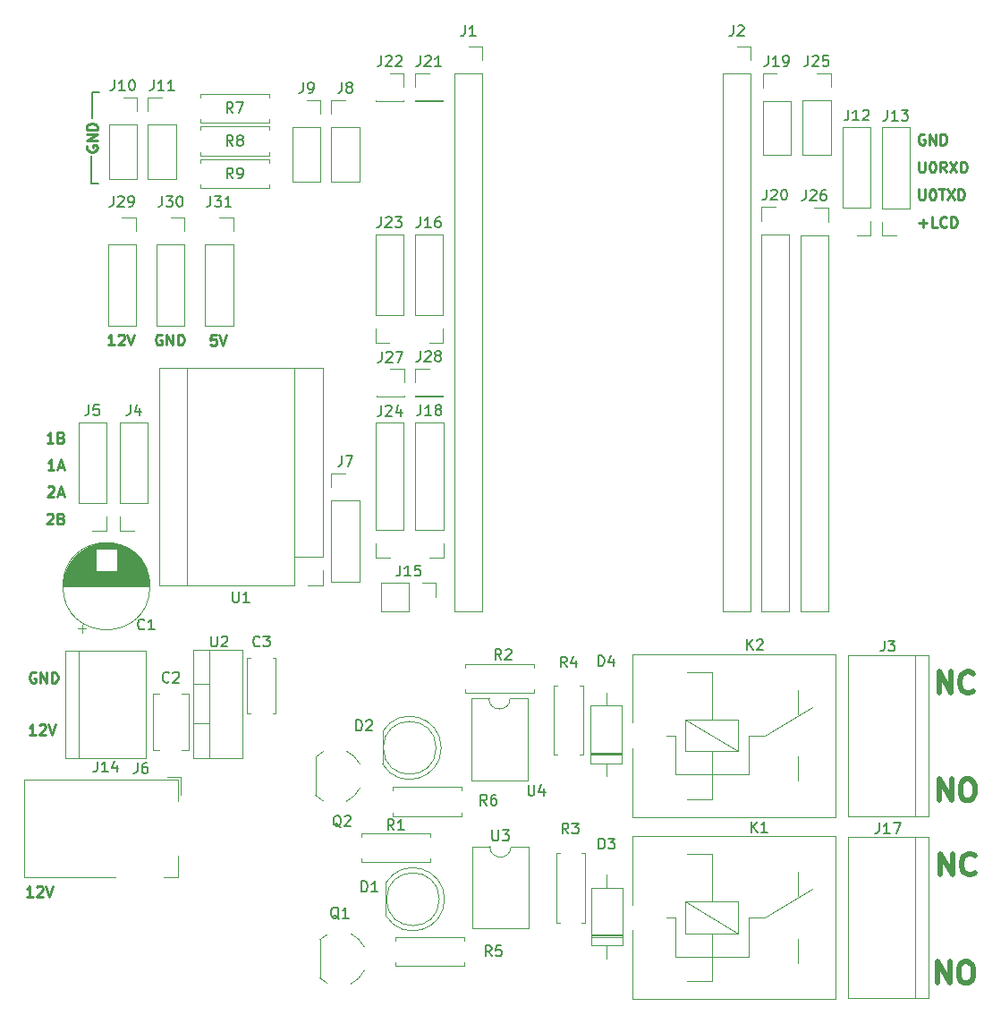
<source format=gto>
G04 #@! TF.GenerationSoftware,KiCad,Pcbnew,7.0.5*
G04 #@! TF.CreationDate,2023-07-21T20:52:10-04:00*
G04 #@! TF.ProjectId,robotica,726f626f-7469-4636-912e-6b696361645f,rev?*
G04 #@! TF.SameCoordinates,Original*
G04 #@! TF.FileFunction,Legend,Top*
G04 #@! TF.FilePolarity,Positive*
%FSLAX46Y46*%
G04 Gerber Fmt 4.6, Leading zero omitted, Abs format (unit mm)*
G04 Created by KiCad (PCBNEW 7.0.5) date 2023-07-21 20:52:10*
%MOMM*%
%LPD*%
G01*
G04 APERTURE LIST*
%ADD10C,0.150000*%
%ADD11C,0.250000*%
%ADD12C,0.500000*%
%ADD13C,0.120000*%
%ADD14O,1.700000X1.700000*%
%ADD15R,1.700000X1.700000*%
%ADD16C,1.600000*%
%ADD17O,4.200000X2.000000*%
%ADD18O,2.000000X4.200000*%
%ADD19R,2.000000X4.600000*%
%ADD20O,1.800000X1.800000*%
%ADD21R,1.800000X1.800000*%
%ADD22C,1.500000*%
%ADD23R,1.500000X1.500000*%
%ADD24O,1.600000X1.600000*%
%ADD25R,1.600000X1.600000*%
%ADD26C,3.000000*%
%ADD27C,1.800000*%
%ADD28R,3.000000X3.000000*%
%ADD29O,2.000000X1.905000*%
%ADD30R,2.000000X1.905000*%
G04 APERTURE END LIST*
D10*
X54356000Y-75488800D02*
X54356000Y-73050400D01*
X54305200Y-79044800D02*
X54305200Y-81686400D01*
X54305200Y-81686400D02*
X54965600Y-81686400D01*
X54356000Y-73050400D02*
X55016400Y-73050400D01*
D11*
X132631086Y-85412666D02*
X133392991Y-85412666D01*
X133012038Y-85793619D02*
X133012038Y-85031714D01*
X134345371Y-85793619D02*
X133869181Y-85793619D01*
X133869181Y-85793619D02*
X133869181Y-84793619D01*
X135250133Y-85698380D02*
X135202514Y-85746000D01*
X135202514Y-85746000D02*
X135059657Y-85793619D01*
X135059657Y-85793619D02*
X134964419Y-85793619D01*
X134964419Y-85793619D02*
X134821562Y-85746000D01*
X134821562Y-85746000D02*
X134726324Y-85650761D01*
X134726324Y-85650761D02*
X134678705Y-85555523D01*
X134678705Y-85555523D02*
X134631086Y-85365047D01*
X134631086Y-85365047D02*
X134631086Y-85222190D01*
X134631086Y-85222190D02*
X134678705Y-85031714D01*
X134678705Y-85031714D02*
X134726324Y-84936476D01*
X134726324Y-84936476D02*
X134821562Y-84841238D01*
X134821562Y-84841238D02*
X134964419Y-84793619D01*
X134964419Y-84793619D02*
X135059657Y-84793619D01*
X135059657Y-84793619D02*
X135202514Y-84841238D01*
X135202514Y-84841238D02*
X135250133Y-84888857D01*
X135678705Y-85793619D02*
X135678705Y-84793619D01*
X135678705Y-84793619D02*
X135916800Y-84793619D01*
X135916800Y-84793619D02*
X136059657Y-84841238D01*
X136059657Y-84841238D02*
X136154895Y-84936476D01*
X136154895Y-84936476D02*
X136202514Y-85031714D01*
X136202514Y-85031714D02*
X136250133Y-85222190D01*
X136250133Y-85222190D02*
X136250133Y-85365047D01*
X136250133Y-85365047D02*
X136202514Y-85555523D01*
X136202514Y-85555523D02*
X136154895Y-85650761D01*
X136154895Y-85650761D02*
X136059657Y-85746000D01*
X136059657Y-85746000D02*
X135916800Y-85793619D01*
X135916800Y-85793619D02*
X135678705Y-85793619D01*
X53904038Y-78079504D02*
X53856419Y-78174742D01*
X53856419Y-78174742D02*
X53856419Y-78317599D01*
X53856419Y-78317599D02*
X53904038Y-78460456D01*
X53904038Y-78460456D02*
X53999276Y-78555694D01*
X53999276Y-78555694D02*
X54094514Y-78603313D01*
X54094514Y-78603313D02*
X54284990Y-78650932D01*
X54284990Y-78650932D02*
X54427847Y-78650932D01*
X54427847Y-78650932D02*
X54618323Y-78603313D01*
X54618323Y-78603313D02*
X54713561Y-78555694D01*
X54713561Y-78555694D02*
X54808800Y-78460456D01*
X54808800Y-78460456D02*
X54856419Y-78317599D01*
X54856419Y-78317599D02*
X54856419Y-78222361D01*
X54856419Y-78222361D02*
X54808800Y-78079504D01*
X54808800Y-78079504D02*
X54761180Y-78031885D01*
X54761180Y-78031885D02*
X54427847Y-78031885D01*
X54427847Y-78031885D02*
X54427847Y-78222361D01*
X54856419Y-77603313D02*
X53856419Y-77603313D01*
X53856419Y-77603313D02*
X54856419Y-77031885D01*
X54856419Y-77031885D02*
X53856419Y-77031885D01*
X54856419Y-76555694D02*
X53856419Y-76555694D01*
X53856419Y-76555694D02*
X53856419Y-76317599D01*
X53856419Y-76317599D02*
X53904038Y-76174742D01*
X53904038Y-76174742D02*
X53999276Y-76079504D01*
X53999276Y-76079504D02*
X54094514Y-76031885D01*
X54094514Y-76031885D02*
X54284990Y-75984266D01*
X54284990Y-75984266D02*
X54427847Y-75984266D01*
X54427847Y-75984266D02*
X54618323Y-76031885D01*
X54618323Y-76031885D02*
X54713561Y-76079504D01*
X54713561Y-76079504D02*
X54808800Y-76174742D01*
X54808800Y-76174742D02*
X54856419Y-76317599D01*
X54856419Y-76317599D02*
X54856419Y-76555694D01*
D12*
X134521771Y-129829638D02*
X134521771Y-127829638D01*
X134521771Y-127829638D02*
X135664628Y-129829638D01*
X135664628Y-129829638D02*
X135664628Y-127829638D01*
X137759866Y-129639161D02*
X137664628Y-129734400D01*
X137664628Y-129734400D02*
X137378914Y-129829638D01*
X137378914Y-129829638D02*
X137188438Y-129829638D01*
X137188438Y-129829638D02*
X136902723Y-129734400D01*
X136902723Y-129734400D02*
X136712247Y-129543923D01*
X136712247Y-129543923D02*
X136617009Y-129353447D01*
X136617009Y-129353447D02*
X136521771Y-128972495D01*
X136521771Y-128972495D02*
X136521771Y-128686780D01*
X136521771Y-128686780D02*
X136617009Y-128305828D01*
X136617009Y-128305828D02*
X136712247Y-128115352D01*
X136712247Y-128115352D02*
X136902723Y-127924876D01*
X136902723Y-127924876D02*
X137188438Y-127829638D01*
X137188438Y-127829638D02*
X137378914Y-127829638D01*
X137378914Y-127829638D02*
X137664628Y-127924876D01*
X137664628Y-127924876D02*
X137759866Y-128020114D01*
X134423352Y-157261638D02*
X134423352Y-155261638D01*
X134423352Y-155261638D02*
X135566209Y-157261638D01*
X135566209Y-157261638D02*
X135566209Y-155261638D01*
X136899542Y-155261638D02*
X137280495Y-155261638D01*
X137280495Y-155261638D02*
X137470971Y-155356876D01*
X137470971Y-155356876D02*
X137661447Y-155547352D01*
X137661447Y-155547352D02*
X137756685Y-155928304D01*
X137756685Y-155928304D02*
X137756685Y-156594971D01*
X137756685Y-156594971D02*
X137661447Y-156975923D01*
X137661447Y-156975923D02*
X137470971Y-157166400D01*
X137470971Y-157166400D02*
X137280495Y-157261638D01*
X137280495Y-157261638D02*
X136899542Y-157261638D01*
X136899542Y-157261638D02*
X136709066Y-157166400D01*
X136709066Y-157166400D02*
X136518590Y-156975923D01*
X136518590Y-156975923D02*
X136423352Y-156594971D01*
X136423352Y-156594971D02*
X136423352Y-155928304D01*
X136423352Y-155928304D02*
X136518590Y-155547352D01*
X136518590Y-155547352D02*
X136709066Y-155356876D01*
X136709066Y-155356876D02*
X136899542Y-155261638D01*
X134674171Y-147050838D02*
X134674171Y-145050838D01*
X134674171Y-145050838D02*
X135817028Y-147050838D01*
X135817028Y-147050838D02*
X135817028Y-145050838D01*
X137912266Y-146860361D02*
X137817028Y-146955600D01*
X137817028Y-146955600D02*
X137531314Y-147050838D01*
X137531314Y-147050838D02*
X137340838Y-147050838D01*
X137340838Y-147050838D02*
X137055123Y-146955600D01*
X137055123Y-146955600D02*
X136864647Y-146765123D01*
X136864647Y-146765123D02*
X136769409Y-146574647D01*
X136769409Y-146574647D02*
X136674171Y-146193695D01*
X136674171Y-146193695D02*
X136674171Y-145907980D01*
X136674171Y-145907980D02*
X136769409Y-145527028D01*
X136769409Y-145527028D02*
X136864647Y-145336552D01*
X136864647Y-145336552D02*
X137055123Y-145146076D01*
X137055123Y-145146076D02*
X137340838Y-145050838D01*
X137340838Y-145050838D02*
X137531314Y-145050838D01*
X137531314Y-145050838D02*
X137817028Y-145146076D01*
X137817028Y-145146076D02*
X137912266Y-145241314D01*
D11*
X50687314Y-106181353D02*
X50115886Y-106181353D01*
X50401600Y-106181353D02*
X50401600Y-105181353D01*
X50401600Y-105181353D02*
X50306362Y-105324210D01*
X50306362Y-105324210D02*
X50211124Y-105419448D01*
X50211124Y-105419448D02*
X50115886Y-105467067D01*
X51449219Y-105657543D02*
X51592076Y-105705162D01*
X51592076Y-105705162D02*
X51639695Y-105752781D01*
X51639695Y-105752781D02*
X51687314Y-105848019D01*
X51687314Y-105848019D02*
X51687314Y-105990876D01*
X51687314Y-105990876D02*
X51639695Y-106086114D01*
X51639695Y-106086114D02*
X51592076Y-106133734D01*
X51592076Y-106133734D02*
X51496838Y-106181353D01*
X51496838Y-106181353D02*
X51115886Y-106181353D01*
X51115886Y-106181353D02*
X51115886Y-105181353D01*
X51115886Y-105181353D02*
X51449219Y-105181353D01*
X51449219Y-105181353D02*
X51544457Y-105228972D01*
X51544457Y-105228972D02*
X51592076Y-105276591D01*
X51592076Y-105276591D02*
X51639695Y-105371829D01*
X51639695Y-105371829D02*
X51639695Y-105467067D01*
X51639695Y-105467067D02*
X51592076Y-105562305D01*
X51592076Y-105562305D02*
X51544457Y-105609924D01*
X51544457Y-105609924D02*
X51449219Y-105657543D01*
X51449219Y-105657543D02*
X51115886Y-105657543D01*
X60960095Y-95966438D02*
X60864857Y-95918819D01*
X60864857Y-95918819D02*
X60722000Y-95918819D01*
X60722000Y-95918819D02*
X60579143Y-95966438D01*
X60579143Y-95966438D02*
X60483905Y-96061676D01*
X60483905Y-96061676D02*
X60436286Y-96156914D01*
X60436286Y-96156914D02*
X60388667Y-96347390D01*
X60388667Y-96347390D02*
X60388667Y-96490247D01*
X60388667Y-96490247D02*
X60436286Y-96680723D01*
X60436286Y-96680723D02*
X60483905Y-96775961D01*
X60483905Y-96775961D02*
X60579143Y-96871200D01*
X60579143Y-96871200D02*
X60722000Y-96918819D01*
X60722000Y-96918819D02*
X60817238Y-96918819D01*
X60817238Y-96918819D02*
X60960095Y-96871200D01*
X60960095Y-96871200D02*
X61007714Y-96823580D01*
X61007714Y-96823580D02*
X61007714Y-96490247D01*
X61007714Y-96490247D02*
X60817238Y-96490247D01*
X61436286Y-96918819D02*
X61436286Y-95918819D01*
X61436286Y-95918819D02*
X62007714Y-96918819D01*
X62007714Y-96918819D02*
X62007714Y-95918819D01*
X62483905Y-96918819D02*
X62483905Y-95918819D01*
X62483905Y-95918819D02*
X62722000Y-95918819D01*
X62722000Y-95918819D02*
X62864857Y-95966438D01*
X62864857Y-95966438D02*
X62960095Y-96061676D01*
X62960095Y-96061676D02*
X63007714Y-96156914D01*
X63007714Y-96156914D02*
X63055333Y-96347390D01*
X63055333Y-96347390D02*
X63055333Y-96490247D01*
X63055333Y-96490247D02*
X63007714Y-96680723D01*
X63007714Y-96680723D02*
X62960095Y-96775961D01*
X62960095Y-96775961D02*
X62864857Y-96871200D01*
X62864857Y-96871200D02*
X62722000Y-96918819D01*
X62722000Y-96918819D02*
X62483905Y-96918819D01*
X56480152Y-96918819D02*
X55908724Y-96918819D01*
X56194438Y-96918819D02*
X56194438Y-95918819D01*
X56194438Y-95918819D02*
X56099200Y-96061676D01*
X56099200Y-96061676D02*
X56003962Y-96156914D01*
X56003962Y-96156914D02*
X55908724Y-96204533D01*
X56861105Y-96014057D02*
X56908724Y-95966438D01*
X56908724Y-95966438D02*
X57003962Y-95918819D01*
X57003962Y-95918819D02*
X57242057Y-95918819D01*
X57242057Y-95918819D02*
X57337295Y-95966438D01*
X57337295Y-95966438D02*
X57384914Y-96014057D01*
X57384914Y-96014057D02*
X57432533Y-96109295D01*
X57432533Y-96109295D02*
X57432533Y-96204533D01*
X57432533Y-96204533D02*
X57384914Y-96347390D01*
X57384914Y-96347390D02*
X56813486Y-96918819D01*
X56813486Y-96918819D02*
X57432533Y-96918819D01*
X57718248Y-95918819D02*
X58051581Y-96918819D01*
X58051581Y-96918819D02*
X58384914Y-95918819D01*
X66103523Y-95969619D02*
X65627333Y-95969619D01*
X65627333Y-95969619D02*
X65579714Y-96445809D01*
X65579714Y-96445809D02*
X65627333Y-96398190D01*
X65627333Y-96398190D02*
X65722571Y-96350571D01*
X65722571Y-96350571D02*
X65960666Y-96350571D01*
X65960666Y-96350571D02*
X66055904Y-96398190D01*
X66055904Y-96398190D02*
X66103523Y-96445809D01*
X66103523Y-96445809D02*
X66151142Y-96541047D01*
X66151142Y-96541047D02*
X66151142Y-96779142D01*
X66151142Y-96779142D02*
X66103523Y-96874380D01*
X66103523Y-96874380D02*
X66055904Y-96922000D01*
X66055904Y-96922000D02*
X65960666Y-96969619D01*
X65960666Y-96969619D02*
X65722571Y-96969619D01*
X65722571Y-96969619D02*
X65627333Y-96922000D01*
X65627333Y-96922000D02*
X65579714Y-96874380D01*
X66436857Y-95969619D02*
X66770190Y-96969619D01*
X66770190Y-96969619D02*
X67103523Y-95969619D01*
X49012552Y-133799619D02*
X48441124Y-133799619D01*
X48726838Y-133799619D02*
X48726838Y-132799619D01*
X48726838Y-132799619D02*
X48631600Y-132942476D01*
X48631600Y-132942476D02*
X48536362Y-133037714D01*
X48536362Y-133037714D02*
X48441124Y-133085333D01*
X49393505Y-132894857D02*
X49441124Y-132847238D01*
X49441124Y-132847238D02*
X49536362Y-132799619D01*
X49536362Y-132799619D02*
X49774457Y-132799619D01*
X49774457Y-132799619D02*
X49869695Y-132847238D01*
X49869695Y-132847238D02*
X49917314Y-132894857D01*
X49917314Y-132894857D02*
X49964933Y-132990095D01*
X49964933Y-132990095D02*
X49964933Y-133085333D01*
X49964933Y-133085333D02*
X49917314Y-133228190D01*
X49917314Y-133228190D02*
X49345886Y-133799619D01*
X49345886Y-133799619D02*
X49964933Y-133799619D01*
X50250648Y-132799619D02*
X50583981Y-133799619D01*
X50583981Y-133799619D02*
X50917314Y-132799619D01*
X132631086Y-79578152D02*
X132631086Y-80387675D01*
X132631086Y-80387675D02*
X132678705Y-80482913D01*
X132678705Y-80482913D02*
X132726324Y-80530533D01*
X132726324Y-80530533D02*
X132821562Y-80578152D01*
X132821562Y-80578152D02*
X133012038Y-80578152D01*
X133012038Y-80578152D02*
X133107276Y-80530533D01*
X133107276Y-80530533D02*
X133154895Y-80482913D01*
X133154895Y-80482913D02*
X133202514Y-80387675D01*
X133202514Y-80387675D02*
X133202514Y-79578152D01*
X133869181Y-79578152D02*
X133964419Y-79578152D01*
X133964419Y-79578152D02*
X134059657Y-79625771D01*
X134059657Y-79625771D02*
X134107276Y-79673390D01*
X134107276Y-79673390D02*
X134154895Y-79768628D01*
X134154895Y-79768628D02*
X134202514Y-79959104D01*
X134202514Y-79959104D02*
X134202514Y-80197199D01*
X134202514Y-80197199D02*
X134154895Y-80387675D01*
X134154895Y-80387675D02*
X134107276Y-80482913D01*
X134107276Y-80482913D02*
X134059657Y-80530533D01*
X134059657Y-80530533D02*
X133964419Y-80578152D01*
X133964419Y-80578152D02*
X133869181Y-80578152D01*
X133869181Y-80578152D02*
X133773943Y-80530533D01*
X133773943Y-80530533D02*
X133726324Y-80482913D01*
X133726324Y-80482913D02*
X133678705Y-80387675D01*
X133678705Y-80387675D02*
X133631086Y-80197199D01*
X133631086Y-80197199D02*
X133631086Y-79959104D01*
X133631086Y-79959104D02*
X133678705Y-79768628D01*
X133678705Y-79768628D02*
X133726324Y-79673390D01*
X133726324Y-79673390D02*
X133773943Y-79625771D01*
X133773943Y-79625771D02*
X133869181Y-79578152D01*
X135202514Y-80578152D02*
X134869181Y-80101961D01*
X134631086Y-80578152D02*
X134631086Y-79578152D01*
X134631086Y-79578152D02*
X135012038Y-79578152D01*
X135012038Y-79578152D02*
X135107276Y-79625771D01*
X135107276Y-79625771D02*
X135154895Y-79673390D01*
X135154895Y-79673390D02*
X135202514Y-79768628D01*
X135202514Y-79768628D02*
X135202514Y-79911485D01*
X135202514Y-79911485D02*
X135154895Y-80006723D01*
X135154895Y-80006723D02*
X135107276Y-80054342D01*
X135107276Y-80054342D02*
X135012038Y-80101961D01*
X135012038Y-80101961D02*
X134631086Y-80101961D01*
X135535848Y-79578152D02*
X136202514Y-80578152D01*
X136202514Y-79578152D02*
X135535848Y-80578152D01*
X136583467Y-80578152D02*
X136583467Y-79578152D01*
X136583467Y-79578152D02*
X136821562Y-79578152D01*
X136821562Y-79578152D02*
X136964419Y-79625771D01*
X136964419Y-79625771D02*
X137059657Y-79721009D01*
X137059657Y-79721009D02*
X137107276Y-79816247D01*
X137107276Y-79816247D02*
X137154895Y-80006723D01*
X137154895Y-80006723D02*
X137154895Y-80149580D01*
X137154895Y-80149580D02*
X137107276Y-80340056D01*
X137107276Y-80340056D02*
X137059657Y-80435294D01*
X137059657Y-80435294D02*
X136964419Y-80530533D01*
X136964419Y-80530533D02*
X136821562Y-80578152D01*
X136821562Y-80578152D02*
X136583467Y-80578152D01*
X133154895Y-77018038D02*
X133059657Y-76970419D01*
X133059657Y-76970419D02*
X132916800Y-76970419D01*
X132916800Y-76970419D02*
X132773943Y-77018038D01*
X132773943Y-77018038D02*
X132678705Y-77113276D01*
X132678705Y-77113276D02*
X132631086Y-77208514D01*
X132631086Y-77208514D02*
X132583467Y-77398990D01*
X132583467Y-77398990D02*
X132583467Y-77541847D01*
X132583467Y-77541847D02*
X132631086Y-77732323D01*
X132631086Y-77732323D02*
X132678705Y-77827561D01*
X132678705Y-77827561D02*
X132773943Y-77922800D01*
X132773943Y-77922800D02*
X132916800Y-77970419D01*
X132916800Y-77970419D02*
X133012038Y-77970419D01*
X133012038Y-77970419D02*
X133154895Y-77922800D01*
X133154895Y-77922800D02*
X133202514Y-77875180D01*
X133202514Y-77875180D02*
X133202514Y-77541847D01*
X133202514Y-77541847D02*
X133012038Y-77541847D01*
X133631086Y-77970419D02*
X133631086Y-76970419D01*
X133631086Y-76970419D02*
X134202514Y-77970419D01*
X134202514Y-77970419D02*
X134202514Y-76970419D01*
X134678705Y-77970419D02*
X134678705Y-76970419D01*
X134678705Y-76970419D02*
X134916800Y-76970419D01*
X134916800Y-76970419D02*
X135059657Y-77018038D01*
X135059657Y-77018038D02*
X135154895Y-77113276D01*
X135154895Y-77113276D02*
X135202514Y-77208514D01*
X135202514Y-77208514D02*
X135250133Y-77398990D01*
X135250133Y-77398990D02*
X135250133Y-77541847D01*
X135250133Y-77541847D02*
X135202514Y-77732323D01*
X135202514Y-77732323D02*
X135154895Y-77827561D01*
X135154895Y-77827561D02*
X135059657Y-77922800D01*
X135059657Y-77922800D02*
X134916800Y-77970419D01*
X134916800Y-77970419D02*
X134678705Y-77970419D01*
X50115886Y-112947391D02*
X50163505Y-112899772D01*
X50163505Y-112899772D02*
X50258743Y-112852153D01*
X50258743Y-112852153D02*
X50496838Y-112852153D01*
X50496838Y-112852153D02*
X50592076Y-112899772D01*
X50592076Y-112899772D02*
X50639695Y-112947391D01*
X50639695Y-112947391D02*
X50687314Y-113042629D01*
X50687314Y-113042629D02*
X50687314Y-113137867D01*
X50687314Y-113137867D02*
X50639695Y-113280724D01*
X50639695Y-113280724D02*
X50068267Y-113852153D01*
X50068267Y-113852153D02*
X50687314Y-113852153D01*
X51449219Y-113328343D02*
X51592076Y-113375962D01*
X51592076Y-113375962D02*
X51639695Y-113423581D01*
X51639695Y-113423581D02*
X51687314Y-113518819D01*
X51687314Y-113518819D02*
X51687314Y-113661676D01*
X51687314Y-113661676D02*
X51639695Y-113756914D01*
X51639695Y-113756914D02*
X51592076Y-113804534D01*
X51592076Y-113804534D02*
X51496838Y-113852153D01*
X51496838Y-113852153D02*
X51115886Y-113852153D01*
X51115886Y-113852153D02*
X51115886Y-112852153D01*
X51115886Y-112852153D02*
X51449219Y-112852153D01*
X51449219Y-112852153D02*
X51544457Y-112899772D01*
X51544457Y-112899772D02*
X51592076Y-112947391D01*
X51592076Y-112947391D02*
X51639695Y-113042629D01*
X51639695Y-113042629D02*
X51639695Y-113137867D01*
X51639695Y-113137867D02*
X51592076Y-113233105D01*
X51592076Y-113233105D02*
X51544457Y-113280724D01*
X51544457Y-113280724D02*
X51449219Y-113328343D01*
X51449219Y-113328343D02*
X51115886Y-113328343D01*
X50758742Y-108738286D02*
X50187314Y-108738286D01*
X50473028Y-108738286D02*
X50473028Y-107738286D01*
X50473028Y-107738286D02*
X50377790Y-107881143D01*
X50377790Y-107881143D02*
X50282552Y-107976381D01*
X50282552Y-107976381D02*
X50187314Y-108024000D01*
X51139695Y-108452571D02*
X51615885Y-108452571D01*
X51044457Y-108738286D02*
X51377790Y-107738286D01*
X51377790Y-107738286D02*
X51711123Y-108738286D01*
X50187314Y-110390457D02*
X50234933Y-110342838D01*
X50234933Y-110342838D02*
X50330171Y-110295219D01*
X50330171Y-110295219D02*
X50568266Y-110295219D01*
X50568266Y-110295219D02*
X50663504Y-110342838D01*
X50663504Y-110342838D02*
X50711123Y-110390457D01*
X50711123Y-110390457D02*
X50758742Y-110485695D01*
X50758742Y-110485695D02*
X50758742Y-110580933D01*
X50758742Y-110580933D02*
X50711123Y-110723790D01*
X50711123Y-110723790D02*
X50139695Y-111295219D01*
X50139695Y-111295219D02*
X50758742Y-111295219D01*
X51139695Y-111009504D02*
X51615885Y-111009504D01*
X51044457Y-111295219D02*
X51377790Y-110295219D01*
X51377790Y-110295219D02*
X51711123Y-111295219D01*
X48758552Y-149090419D02*
X48187124Y-149090419D01*
X48472838Y-149090419D02*
X48472838Y-148090419D01*
X48472838Y-148090419D02*
X48377600Y-148233276D01*
X48377600Y-148233276D02*
X48282362Y-148328514D01*
X48282362Y-148328514D02*
X48187124Y-148376133D01*
X49139505Y-148185657D02*
X49187124Y-148138038D01*
X49187124Y-148138038D02*
X49282362Y-148090419D01*
X49282362Y-148090419D02*
X49520457Y-148090419D01*
X49520457Y-148090419D02*
X49615695Y-148138038D01*
X49615695Y-148138038D02*
X49663314Y-148185657D01*
X49663314Y-148185657D02*
X49710933Y-148280895D01*
X49710933Y-148280895D02*
X49710933Y-148376133D01*
X49710933Y-148376133D02*
X49663314Y-148518990D01*
X49663314Y-148518990D02*
X49091886Y-149090419D01*
X49091886Y-149090419D02*
X49710933Y-149090419D01*
X49996648Y-148090419D02*
X50329981Y-149090419D01*
X50329981Y-149090419D02*
X50663314Y-148090419D01*
D12*
X134575752Y-139989638D02*
X134575752Y-137989638D01*
X134575752Y-137989638D02*
X135718609Y-139989638D01*
X135718609Y-139989638D02*
X135718609Y-137989638D01*
X137051942Y-137989638D02*
X137432895Y-137989638D01*
X137432895Y-137989638D02*
X137623371Y-138084876D01*
X137623371Y-138084876D02*
X137813847Y-138275352D01*
X137813847Y-138275352D02*
X137909085Y-138656304D01*
X137909085Y-138656304D02*
X137909085Y-139322971D01*
X137909085Y-139322971D02*
X137813847Y-139703923D01*
X137813847Y-139703923D02*
X137623371Y-139894400D01*
X137623371Y-139894400D02*
X137432895Y-139989638D01*
X137432895Y-139989638D02*
X137051942Y-139989638D01*
X137051942Y-139989638D02*
X136861466Y-139894400D01*
X136861466Y-139894400D02*
X136670990Y-139703923D01*
X136670990Y-139703923D02*
X136575752Y-139322971D01*
X136575752Y-139322971D02*
X136575752Y-138656304D01*
X136575752Y-138656304D02*
X136670990Y-138275352D01*
X136670990Y-138275352D02*
X136861466Y-138084876D01*
X136861466Y-138084876D02*
X137051942Y-137989638D01*
D11*
X49022095Y-127919638D02*
X48926857Y-127872019D01*
X48926857Y-127872019D02*
X48784000Y-127872019D01*
X48784000Y-127872019D02*
X48641143Y-127919638D01*
X48641143Y-127919638D02*
X48545905Y-128014876D01*
X48545905Y-128014876D02*
X48498286Y-128110114D01*
X48498286Y-128110114D02*
X48450667Y-128300590D01*
X48450667Y-128300590D02*
X48450667Y-128443447D01*
X48450667Y-128443447D02*
X48498286Y-128633923D01*
X48498286Y-128633923D02*
X48545905Y-128729161D01*
X48545905Y-128729161D02*
X48641143Y-128824400D01*
X48641143Y-128824400D02*
X48784000Y-128872019D01*
X48784000Y-128872019D02*
X48879238Y-128872019D01*
X48879238Y-128872019D02*
X49022095Y-128824400D01*
X49022095Y-128824400D02*
X49069714Y-128776780D01*
X49069714Y-128776780D02*
X49069714Y-128443447D01*
X49069714Y-128443447D02*
X48879238Y-128443447D01*
X49498286Y-128872019D02*
X49498286Y-127872019D01*
X49498286Y-127872019D02*
X50069714Y-128872019D01*
X50069714Y-128872019D02*
X50069714Y-127872019D01*
X50545905Y-128872019D02*
X50545905Y-127872019D01*
X50545905Y-127872019D02*
X50784000Y-127872019D01*
X50784000Y-127872019D02*
X50926857Y-127919638D01*
X50926857Y-127919638D02*
X51022095Y-128014876D01*
X51022095Y-128014876D02*
X51069714Y-128110114D01*
X51069714Y-128110114D02*
X51117333Y-128300590D01*
X51117333Y-128300590D02*
X51117333Y-128443447D01*
X51117333Y-128443447D02*
X51069714Y-128633923D01*
X51069714Y-128633923D02*
X51022095Y-128729161D01*
X51022095Y-128729161D02*
X50926857Y-128824400D01*
X50926857Y-128824400D02*
X50784000Y-128872019D01*
X50784000Y-128872019D02*
X50545905Y-128872019D01*
X132631086Y-82185885D02*
X132631086Y-82995408D01*
X132631086Y-82995408D02*
X132678705Y-83090646D01*
X132678705Y-83090646D02*
X132726324Y-83138266D01*
X132726324Y-83138266D02*
X132821562Y-83185885D01*
X132821562Y-83185885D02*
X133012038Y-83185885D01*
X133012038Y-83185885D02*
X133107276Y-83138266D01*
X133107276Y-83138266D02*
X133154895Y-83090646D01*
X133154895Y-83090646D02*
X133202514Y-82995408D01*
X133202514Y-82995408D02*
X133202514Y-82185885D01*
X133869181Y-82185885D02*
X133964419Y-82185885D01*
X133964419Y-82185885D02*
X134059657Y-82233504D01*
X134059657Y-82233504D02*
X134107276Y-82281123D01*
X134107276Y-82281123D02*
X134154895Y-82376361D01*
X134154895Y-82376361D02*
X134202514Y-82566837D01*
X134202514Y-82566837D02*
X134202514Y-82804932D01*
X134202514Y-82804932D02*
X134154895Y-82995408D01*
X134154895Y-82995408D02*
X134107276Y-83090646D01*
X134107276Y-83090646D02*
X134059657Y-83138266D01*
X134059657Y-83138266D02*
X133964419Y-83185885D01*
X133964419Y-83185885D02*
X133869181Y-83185885D01*
X133869181Y-83185885D02*
X133773943Y-83138266D01*
X133773943Y-83138266D02*
X133726324Y-83090646D01*
X133726324Y-83090646D02*
X133678705Y-82995408D01*
X133678705Y-82995408D02*
X133631086Y-82804932D01*
X133631086Y-82804932D02*
X133631086Y-82566837D01*
X133631086Y-82566837D02*
X133678705Y-82376361D01*
X133678705Y-82376361D02*
X133726324Y-82281123D01*
X133726324Y-82281123D02*
X133773943Y-82233504D01*
X133773943Y-82233504D02*
X133869181Y-82185885D01*
X134488229Y-82185885D02*
X135059657Y-82185885D01*
X134773943Y-83185885D02*
X134773943Y-82185885D01*
X135297753Y-82185885D02*
X135964419Y-83185885D01*
X135964419Y-82185885D02*
X135297753Y-83185885D01*
X136345372Y-83185885D02*
X136345372Y-82185885D01*
X136345372Y-82185885D02*
X136583467Y-82185885D01*
X136583467Y-82185885D02*
X136726324Y-82233504D01*
X136726324Y-82233504D02*
X136821562Y-82328742D01*
X136821562Y-82328742D02*
X136869181Y-82423980D01*
X136869181Y-82423980D02*
X136916800Y-82614456D01*
X136916800Y-82614456D02*
X136916800Y-82757313D01*
X136916800Y-82757313D02*
X136869181Y-82947789D01*
X136869181Y-82947789D02*
X136821562Y-83043027D01*
X136821562Y-83043027D02*
X136726324Y-83138266D01*
X136726324Y-83138266D02*
X136583467Y-83185885D01*
X136583467Y-83185885D02*
X136345372Y-83185885D01*
D10*
X81715476Y-84798819D02*
X81715476Y-85513104D01*
X81715476Y-85513104D02*
X81667857Y-85655961D01*
X81667857Y-85655961D02*
X81572619Y-85751200D01*
X81572619Y-85751200D02*
X81429762Y-85798819D01*
X81429762Y-85798819D02*
X81334524Y-85798819D01*
X82144048Y-84894057D02*
X82191667Y-84846438D01*
X82191667Y-84846438D02*
X82286905Y-84798819D01*
X82286905Y-84798819D02*
X82525000Y-84798819D01*
X82525000Y-84798819D02*
X82620238Y-84846438D01*
X82620238Y-84846438D02*
X82667857Y-84894057D01*
X82667857Y-84894057D02*
X82715476Y-84989295D01*
X82715476Y-84989295D02*
X82715476Y-85084533D01*
X82715476Y-85084533D02*
X82667857Y-85227390D01*
X82667857Y-85227390D02*
X82096429Y-85798819D01*
X82096429Y-85798819D02*
X82715476Y-85798819D01*
X83048810Y-84798819D02*
X83667857Y-84798819D01*
X83667857Y-84798819D02*
X83334524Y-85179771D01*
X83334524Y-85179771D02*
X83477381Y-85179771D01*
X83477381Y-85179771D02*
X83572619Y-85227390D01*
X83572619Y-85227390D02*
X83620238Y-85275009D01*
X83620238Y-85275009D02*
X83667857Y-85370247D01*
X83667857Y-85370247D02*
X83667857Y-85608342D01*
X83667857Y-85608342D02*
X83620238Y-85703580D01*
X83620238Y-85703580D02*
X83572619Y-85751200D01*
X83572619Y-85751200D02*
X83477381Y-85798819D01*
X83477381Y-85798819D02*
X83191667Y-85798819D01*
X83191667Y-85798819D02*
X83096429Y-85751200D01*
X83096429Y-85751200D02*
X83048810Y-85703580D01*
X85448876Y-84798819D02*
X85448876Y-85513104D01*
X85448876Y-85513104D02*
X85401257Y-85655961D01*
X85401257Y-85655961D02*
X85306019Y-85751200D01*
X85306019Y-85751200D02*
X85163162Y-85798819D01*
X85163162Y-85798819D02*
X85067924Y-85798819D01*
X86448876Y-85798819D02*
X85877448Y-85798819D01*
X86163162Y-85798819D02*
X86163162Y-84798819D01*
X86163162Y-84798819D02*
X86067924Y-84941676D01*
X86067924Y-84941676D02*
X85972686Y-85036914D01*
X85972686Y-85036914D02*
X85877448Y-85084533D01*
X87306019Y-84798819D02*
X87115543Y-84798819D01*
X87115543Y-84798819D02*
X87020305Y-84846438D01*
X87020305Y-84846438D02*
X86972686Y-84894057D01*
X86972686Y-84894057D02*
X86877448Y-85036914D01*
X86877448Y-85036914D02*
X86829829Y-85227390D01*
X86829829Y-85227390D02*
X86829829Y-85608342D01*
X86829829Y-85608342D02*
X86877448Y-85703580D01*
X86877448Y-85703580D02*
X86925067Y-85751200D01*
X86925067Y-85751200D02*
X87020305Y-85798819D01*
X87020305Y-85798819D02*
X87210781Y-85798819D01*
X87210781Y-85798819D02*
X87306019Y-85751200D01*
X87306019Y-85751200D02*
X87353638Y-85703580D01*
X87353638Y-85703580D02*
X87401257Y-85608342D01*
X87401257Y-85608342D02*
X87401257Y-85370247D01*
X87401257Y-85370247D02*
X87353638Y-85275009D01*
X87353638Y-85275009D02*
X87306019Y-85227390D01*
X87306019Y-85227390D02*
X87210781Y-85179771D01*
X87210781Y-85179771D02*
X87020305Y-85179771D01*
X87020305Y-85179771D02*
X86925067Y-85227390D01*
X86925067Y-85227390D02*
X86877448Y-85275009D01*
X86877448Y-85275009D02*
X86829829Y-85370247D01*
X56386076Y-82841619D02*
X56386076Y-83555904D01*
X56386076Y-83555904D02*
X56338457Y-83698761D01*
X56338457Y-83698761D02*
X56243219Y-83794000D01*
X56243219Y-83794000D02*
X56100362Y-83841619D01*
X56100362Y-83841619D02*
X56005124Y-83841619D01*
X56814648Y-82936857D02*
X56862267Y-82889238D01*
X56862267Y-82889238D02*
X56957505Y-82841619D01*
X56957505Y-82841619D02*
X57195600Y-82841619D01*
X57195600Y-82841619D02*
X57290838Y-82889238D01*
X57290838Y-82889238D02*
X57338457Y-82936857D01*
X57338457Y-82936857D02*
X57386076Y-83032095D01*
X57386076Y-83032095D02*
X57386076Y-83127333D01*
X57386076Y-83127333D02*
X57338457Y-83270190D01*
X57338457Y-83270190D02*
X56767029Y-83841619D01*
X56767029Y-83841619D02*
X57386076Y-83841619D01*
X57862267Y-83841619D02*
X58052743Y-83841619D01*
X58052743Y-83841619D02*
X58147981Y-83794000D01*
X58147981Y-83794000D02*
X58195600Y-83746380D01*
X58195600Y-83746380D02*
X58290838Y-83603523D01*
X58290838Y-83603523D02*
X58338457Y-83413047D01*
X58338457Y-83413047D02*
X58338457Y-83032095D01*
X58338457Y-83032095D02*
X58290838Y-82936857D01*
X58290838Y-82936857D02*
X58243219Y-82889238D01*
X58243219Y-82889238D02*
X58147981Y-82841619D01*
X58147981Y-82841619D02*
X57957505Y-82841619D01*
X57957505Y-82841619D02*
X57862267Y-82889238D01*
X57862267Y-82889238D02*
X57814648Y-82936857D01*
X57814648Y-82936857D02*
X57767029Y-83032095D01*
X57767029Y-83032095D02*
X57767029Y-83270190D01*
X57767029Y-83270190D02*
X57814648Y-83365428D01*
X57814648Y-83365428D02*
X57862267Y-83413047D01*
X57862267Y-83413047D02*
X57957505Y-83460666D01*
X57957505Y-83460666D02*
X58147981Y-83460666D01*
X58147981Y-83460666D02*
X58243219Y-83413047D01*
X58243219Y-83413047D02*
X58290838Y-83365428D01*
X58290838Y-83365428D02*
X58338457Y-83270190D01*
X89666666Y-66684819D02*
X89666666Y-67399104D01*
X89666666Y-67399104D02*
X89619047Y-67541961D01*
X89619047Y-67541961D02*
X89523809Y-67637200D01*
X89523809Y-67637200D02*
X89380952Y-67684819D01*
X89380952Y-67684819D02*
X89285714Y-67684819D01*
X90666666Y-67684819D02*
X90095238Y-67684819D01*
X90380952Y-67684819D02*
X90380952Y-66684819D01*
X90380952Y-66684819D02*
X90285714Y-66827676D01*
X90285714Y-66827676D02*
X90190476Y-66922914D01*
X90190476Y-66922914D02*
X90095238Y-66970533D01*
X61652933Y-128765580D02*
X61605314Y-128813200D01*
X61605314Y-128813200D02*
X61462457Y-128860819D01*
X61462457Y-128860819D02*
X61367219Y-128860819D01*
X61367219Y-128860819D02*
X61224362Y-128813200D01*
X61224362Y-128813200D02*
X61129124Y-128717961D01*
X61129124Y-128717961D02*
X61081505Y-128622723D01*
X61081505Y-128622723D02*
X61033886Y-128432247D01*
X61033886Y-128432247D02*
X61033886Y-128289390D01*
X61033886Y-128289390D02*
X61081505Y-128098914D01*
X61081505Y-128098914D02*
X61129124Y-128003676D01*
X61129124Y-128003676D02*
X61224362Y-127908438D01*
X61224362Y-127908438D02*
X61367219Y-127860819D01*
X61367219Y-127860819D02*
X61462457Y-127860819D01*
X61462457Y-127860819D02*
X61605314Y-127908438D01*
X61605314Y-127908438D02*
X61652933Y-127956057D01*
X62033886Y-127956057D02*
X62081505Y-127908438D01*
X62081505Y-127908438D02*
X62176743Y-127860819D01*
X62176743Y-127860819D02*
X62414838Y-127860819D01*
X62414838Y-127860819D02*
X62510076Y-127908438D01*
X62510076Y-127908438D02*
X62557695Y-127956057D01*
X62557695Y-127956057D02*
X62605314Y-128051295D01*
X62605314Y-128051295D02*
X62605314Y-128146533D01*
X62605314Y-128146533D02*
X62557695Y-128289390D01*
X62557695Y-128289390D02*
X61986267Y-128860819D01*
X61986267Y-128860819D02*
X62605314Y-128860819D01*
X58652266Y-136446819D02*
X58652266Y-137161104D01*
X58652266Y-137161104D02*
X58604647Y-137303961D01*
X58604647Y-137303961D02*
X58509409Y-137399200D01*
X58509409Y-137399200D02*
X58366552Y-137446819D01*
X58366552Y-137446819D02*
X58271314Y-137446819D01*
X59557028Y-136446819D02*
X59366552Y-136446819D01*
X59366552Y-136446819D02*
X59271314Y-136494438D01*
X59271314Y-136494438D02*
X59223695Y-136542057D01*
X59223695Y-136542057D02*
X59128457Y-136684914D01*
X59128457Y-136684914D02*
X59080838Y-136875390D01*
X59080838Y-136875390D02*
X59080838Y-137256342D01*
X59080838Y-137256342D02*
X59128457Y-137351580D01*
X59128457Y-137351580D02*
X59176076Y-137399200D01*
X59176076Y-137399200D02*
X59271314Y-137446819D01*
X59271314Y-137446819D02*
X59461790Y-137446819D01*
X59461790Y-137446819D02*
X59557028Y-137399200D01*
X59557028Y-137399200D02*
X59604647Y-137351580D01*
X59604647Y-137351580D02*
X59652266Y-137256342D01*
X59652266Y-137256342D02*
X59652266Y-137018247D01*
X59652266Y-137018247D02*
X59604647Y-136923009D01*
X59604647Y-136923009D02*
X59557028Y-136875390D01*
X59557028Y-136875390D02*
X59461790Y-136827771D01*
X59461790Y-136827771D02*
X59271314Y-136827771D01*
X59271314Y-136827771D02*
X59176076Y-136875390D01*
X59176076Y-136875390D02*
X59128457Y-136923009D01*
X59128457Y-136923009D02*
X59080838Y-137018247D01*
X102284305Y-127302419D02*
X102284305Y-126302419D01*
X102284305Y-126302419D02*
X102522400Y-126302419D01*
X102522400Y-126302419D02*
X102665257Y-126350038D01*
X102665257Y-126350038D02*
X102760495Y-126445276D01*
X102760495Y-126445276D02*
X102808114Y-126540514D01*
X102808114Y-126540514D02*
X102855733Y-126730990D01*
X102855733Y-126730990D02*
X102855733Y-126873847D01*
X102855733Y-126873847D02*
X102808114Y-127064323D01*
X102808114Y-127064323D02*
X102760495Y-127159561D01*
X102760495Y-127159561D02*
X102665257Y-127254800D01*
X102665257Y-127254800D02*
X102522400Y-127302419D01*
X102522400Y-127302419D02*
X102284305Y-127302419D01*
X103712876Y-126635752D02*
X103712876Y-127302419D01*
X103474781Y-126254800D02*
X103236686Y-126969085D01*
X103236686Y-126969085D02*
X103855733Y-126969085D01*
X122130876Y-69558819D02*
X122130876Y-70273104D01*
X122130876Y-70273104D02*
X122083257Y-70415961D01*
X122083257Y-70415961D02*
X121988019Y-70511200D01*
X121988019Y-70511200D02*
X121845162Y-70558819D01*
X121845162Y-70558819D02*
X121749924Y-70558819D01*
X122559448Y-69654057D02*
X122607067Y-69606438D01*
X122607067Y-69606438D02*
X122702305Y-69558819D01*
X122702305Y-69558819D02*
X122940400Y-69558819D01*
X122940400Y-69558819D02*
X123035638Y-69606438D01*
X123035638Y-69606438D02*
X123083257Y-69654057D01*
X123083257Y-69654057D02*
X123130876Y-69749295D01*
X123130876Y-69749295D02*
X123130876Y-69844533D01*
X123130876Y-69844533D02*
X123083257Y-69987390D01*
X123083257Y-69987390D02*
X122511829Y-70558819D01*
X122511829Y-70558819D02*
X123130876Y-70558819D01*
X124035638Y-69558819D02*
X123559448Y-69558819D01*
X123559448Y-69558819D02*
X123511829Y-70035009D01*
X123511829Y-70035009D02*
X123559448Y-69987390D01*
X123559448Y-69987390D02*
X123654686Y-69939771D01*
X123654686Y-69939771D02*
X123892781Y-69939771D01*
X123892781Y-69939771D02*
X123988019Y-69987390D01*
X123988019Y-69987390D02*
X124035638Y-70035009D01*
X124035638Y-70035009D02*
X124083257Y-70130247D01*
X124083257Y-70130247D02*
X124083257Y-70368342D01*
X124083257Y-70368342D02*
X124035638Y-70463580D01*
X124035638Y-70463580D02*
X123988019Y-70511200D01*
X123988019Y-70511200D02*
X123892781Y-70558819D01*
X123892781Y-70558819D02*
X123654686Y-70558819D01*
X123654686Y-70558819D02*
X123559448Y-70511200D01*
X123559448Y-70511200D02*
X123511829Y-70463580D01*
X78000266Y-72098819D02*
X78000266Y-72813104D01*
X78000266Y-72813104D02*
X77952647Y-72955961D01*
X77952647Y-72955961D02*
X77857409Y-73051200D01*
X77857409Y-73051200D02*
X77714552Y-73098819D01*
X77714552Y-73098819D02*
X77619314Y-73098819D01*
X78619314Y-72527390D02*
X78524076Y-72479771D01*
X78524076Y-72479771D02*
X78476457Y-72432152D01*
X78476457Y-72432152D02*
X78428838Y-72336914D01*
X78428838Y-72336914D02*
X78428838Y-72289295D01*
X78428838Y-72289295D02*
X78476457Y-72194057D01*
X78476457Y-72194057D02*
X78524076Y-72146438D01*
X78524076Y-72146438D02*
X78619314Y-72098819D01*
X78619314Y-72098819D02*
X78809790Y-72098819D01*
X78809790Y-72098819D02*
X78905028Y-72146438D01*
X78905028Y-72146438D02*
X78952647Y-72194057D01*
X78952647Y-72194057D02*
X79000266Y-72289295D01*
X79000266Y-72289295D02*
X79000266Y-72336914D01*
X79000266Y-72336914D02*
X78952647Y-72432152D01*
X78952647Y-72432152D02*
X78905028Y-72479771D01*
X78905028Y-72479771D02*
X78809790Y-72527390D01*
X78809790Y-72527390D02*
X78619314Y-72527390D01*
X78619314Y-72527390D02*
X78524076Y-72575009D01*
X78524076Y-72575009D02*
X78476457Y-72622628D01*
X78476457Y-72622628D02*
X78428838Y-72717866D01*
X78428838Y-72717866D02*
X78428838Y-72908342D01*
X78428838Y-72908342D02*
X78476457Y-73003580D01*
X78476457Y-73003580D02*
X78524076Y-73051200D01*
X78524076Y-73051200D02*
X78619314Y-73098819D01*
X78619314Y-73098819D02*
X78809790Y-73098819D01*
X78809790Y-73098819D02*
X78905028Y-73051200D01*
X78905028Y-73051200D02*
X78952647Y-73003580D01*
X78952647Y-73003580D02*
X79000266Y-72908342D01*
X79000266Y-72908342D02*
X79000266Y-72717866D01*
X79000266Y-72717866D02*
X78952647Y-72622628D01*
X78952647Y-72622628D02*
X78905028Y-72575009D01*
X78905028Y-72575009D02*
X78809790Y-72527390D01*
X118214876Y-82208019D02*
X118214876Y-82922304D01*
X118214876Y-82922304D02*
X118167257Y-83065161D01*
X118167257Y-83065161D02*
X118072019Y-83160400D01*
X118072019Y-83160400D02*
X117929162Y-83208019D01*
X117929162Y-83208019D02*
X117833924Y-83208019D01*
X118643448Y-82303257D02*
X118691067Y-82255638D01*
X118691067Y-82255638D02*
X118786305Y-82208019D01*
X118786305Y-82208019D02*
X119024400Y-82208019D01*
X119024400Y-82208019D02*
X119119638Y-82255638D01*
X119119638Y-82255638D02*
X119167257Y-82303257D01*
X119167257Y-82303257D02*
X119214876Y-82398495D01*
X119214876Y-82398495D02*
X119214876Y-82493733D01*
X119214876Y-82493733D02*
X119167257Y-82636590D01*
X119167257Y-82636590D02*
X118595829Y-83208019D01*
X118595829Y-83208019D02*
X119214876Y-83208019D01*
X119833924Y-82208019D02*
X119929162Y-82208019D01*
X119929162Y-82208019D02*
X120024400Y-82255638D01*
X120024400Y-82255638D02*
X120072019Y-82303257D01*
X120072019Y-82303257D02*
X120119638Y-82398495D01*
X120119638Y-82398495D02*
X120167257Y-82588971D01*
X120167257Y-82588971D02*
X120167257Y-82827066D01*
X120167257Y-82827066D02*
X120119638Y-83017542D01*
X120119638Y-83017542D02*
X120072019Y-83112780D01*
X120072019Y-83112780D02*
X120024400Y-83160400D01*
X120024400Y-83160400D02*
X119929162Y-83208019D01*
X119929162Y-83208019D02*
X119833924Y-83208019D01*
X119833924Y-83208019D02*
X119738686Y-83160400D01*
X119738686Y-83160400D02*
X119691067Y-83112780D01*
X119691067Y-83112780D02*
X119643448Y-83017542D01*
X119643448Y-83017542D02*
X119595829Y-82827066D01*
X119595829Y-82827066D02*
X119595829Y-82588971D01*
X119595829Y-82588971D02*
X119643448Y-82398495D01*
X119643448Y-82398495D02*
X119691067Y-82303257D01*
X119691067Y-82303257D02*
X119738686Y-82255638D01*
X119738686Y-82255638D02*
X119833924Y-82208019D01*
X77730361Y-151222857D02*
X77635123Y-151175238D01*
X77635123Y-151175238D02*
X77539885Y-151080000D01*
X77539885Y-151080000D02*
X77397028Y-150937142D01*
X77397028Y-150937142D02*
X77301790Y-150889523D01*
X77301790Y-150889523D02*
X77206552Y-150889523D01*
X77254171Y-151127619D02*
X77158933Y-151080000D01*
X77158933Y-151080000D02*
X77063695Y-150984761D01*
X77063695Y-150984761D02*
X77016076Y-150794285D01*
X77016076Y-150794285D02*
X77016076Y-150460952D01*
X77016076Y-150460952D02*
X77063695Y-150270476D01*
X77063695Y-150270476D02*
X77158933Y-150175238D01*
X77158933Y-150175238D02*
X77254171Y-150127619D01*
X77254171Y-150127619D02*
X77444647Y-150127619D01*
X77444647Y-150127619D02*
X77539885Y-150175238D01*
X77539885Y-150175238D02*
X77635123Y-150270476D01*
X77635123Y-150270476D02*
X77682742Y-150460952D01*
X77682742Y-150460952D02*
X77682742Y-150794285D01*
X77682742Y-150794285D02*
X77635123Y-150984761D01*
X77635123Y-150984761D02*
X77539885Y-151080000D01*
X77539885Y-151080000D02*
X77444647Y-151127619D01*
X77444647Y-151127619D02*
X77254171Y-151127619D01*
X78635123Y-151127619D02*
X78063695Y-151127619D01*
X78349409Y-151127619D02*
X78349409Y-150127619D01*
X78349409Y-150127619D02*
X78254171Y-150270476D01*
X78254171Y-150270476D02*
X78158933Y-150365714D01*
X78158933Y-150365714D02*
X78063695Y-150413333D01*
X65586076Y-82841619D02*
X65586076Y-83555904D01*
X65586076Y-83555904D02*
X65538457Y-83698761D01*
X65538457Y-83698761D02*
X65443219Y-83794000D01*
X65443219Y-83794000D02*
X65300362Y-83841619D01*
X65300362Y-83841619D02*
X65205124Y-83841619D01*
X65967029Y-82841619D02*
X66586076Y-82841619D01*
X66586076Y-82841619D02*
X66252743Y-83222571D01*
X66252743Y-83222571D02*
X66395600Y-83222571D01*
X66395600Y-83222571D02*
X66490838Y-83270190D01*
X66490838Y-83270190D02*
X66538457Y-83317809D01*
X66538457Y-83317809D02*
X66586076Y-83413047D01*
X66586076Y-83413047D02*
X66586076Y-83651142D01*
X66586076Y-83651142D02*
X66538457Y-83746380D01*
X66538457Y-83746380D02*
X66490838Y-83794000D01*
X66490838Y-83794000D02*
X66395600Y-83841619D01*
X66395600Y-83841619D02*
X66109886Y-83841619D01*
X66109886Y-83841619D02*
X66014648Y-83794000D01*
X66014648Y-83794000D02*
X65967029Y-83746380D01*
X67538457Y-83841619D02*
X66967029Y-83841619D01*
X67252743Y-83841619D02*
X67252743Y-82841619D01*
X67252743Y-82841619D02*
X67157505Y-82984476D01*
X67157505Y-82984476D02*
X67062267Y-83079714D01*
X67062267Y-83079714D02*
X66967029Y-83127333D01*
X60184876Y-71844819D02*
X60184876Y-72559104D01*
X60184876Y-72559104D02*
X60137257Y-72701961D01*
X60137257Y-72701961D02*
X60042019Y-72797200D01*
X60042019Y-72797200D02*
X59899162Y-72844819D01*
X59899162Y-72844819D02*
X59803924Y-72844819D01*
X61184876Y-72844819D02*
X60613448Y-72844819D01*
X60899162Y-72844819D02*
X60899162Y-71844819D01*
X60899162Y-71844819D02*
X60803924Y-71987676D01*
X60803924Y-71987676D02*
X60708686Y-72082914D01*
X60708686Y-72082914D02*
X60613448Y-72130533D01*
X62137257Y-72844819D02*
X61565829Y-72844819D01*
X61851543Y-72844819D02*
X61851543Y-71844819D01*
X61851543Y-71844819D02*
X61756305Y-71987676D01*
X61756305Y-71987676D02*
X61661067Y-72082914D01*
X61661067Y-72082914D02*
X61565829Y-72130533D01*
X121923276Y-82258819D02*
X121923276Y-82973104D01*
X121923276Y-82973104D02*
X121875657Y-83115961D01*
X121875657Y-83115961D02*
X121780419Y-83211200D01*
X121780419Y-83211200D02*
X121637562Y-83258819D01*
X121637562Y-83258819D02*
X121542324Y-83258819D01*
X122351848Y-82354057D02*
X122399467Y-82306438D01*
X122399467Y-82306438D02*
X122494705Y-82258819D01*
X122494705Y-82258819D02*
X122732800Y-82258819D01*
X122732800Y-82258819D02*
X122828038Y-82306438D01*
X122828038Y-82306438D02*
X122875657Y-82354057D01*
X122875657Y-82354057D02*
X122923276Y-82449295D01*
X122923276Y-82449295D02*
X122923276Y-82544533D01*
X122923276Y-82544533D02*
X122875657Y-82687390D01*
X122875657Y-82687390D02*
X122304229Y-83258819D01*
X122304229Y-83258819D02*
X122923276Y-83258819D01*
X123780419Y-82258819D02*
X123589943Y-82258819D01*
X123589943Y-82258819D02*
X123494705Y-82306438D01*
X123494705Y-82306438D02*
X123447086Y-82354057D01*
X123447086Y-82354057D02*
X123351848Y-82496914D01*
X123351848Y-82496914D02*
X123304229Y-82687390D01*
X123304229Y-82687390D02*
X123304229Y-83068342D01*
X123304229Y-83068342D02*
X123351848Y-83163580D01*
X123351848Y-83163580D02*
X123399467Y-83211200D01*
X123399467Y-83211200D02*
X123494705Y-83258819D01*
X123494705Y-83258819D02*
X123685181Y-83258819D01*
X123685181Y-83258819D02*
X123780419Y-83211200D01*
X123780419Y-83211200D02*
X123828038Y-83163580D01*
X123828038Y-83163580D02*
X123875657Y-83068342D01*
X123875657Y-83068342D02*
X123875657Y-82830247D01*
X123875657Y-82830247D02*
X123828038Y-82735009D01*
X123828038Y-82735009D02*
X123780419Y-82687390D01*
X123780419Y-82687390D02*
X123685181Y-82639771D01*
X123685181Y-82639771D02*
X123494705Y-82639771D01*
X123494705Y-82639771D02*
X123399467Y-82687390D01*
X123399467Y-82687390D02*
X123351848Y-82735009D01*
X123351848Y-82735009D02*
X123304229Y-82830247D01*
X67673295Y-120257219D02*
X67673295Y-121066742D01*
X67673295Y-121066742D02*
X67720914Y-121161980D01*
X67720914Y-121161980D02*
X67768533Y-121209600D01*
X67768533Y-121209600D02*
X67863771Y-121257219D01*
X67863771Y-121257219D02*
X68054247Y-121257219D01*
X68054247Y-121257219D02*
X68149485Y-121209600D01*
X68149485Y-121209600D02*
X68197104Y-121161980D01*
X68197104Y-121161980D02*
X68244723Y-121066742D01*
X68244723Y-121066742D02*
X68244723Y-120257219D01*
X69244723Y-121257219D02*
X68673295Y-121257219D01*
X68959009Y-121257219D02*
X68959009Y-120257219D01*
X68959009Y-120257219D02*
X68863771Y-120400076D01*
X68863771Y-120400076D02*
X68768533Y-120495314D01*
X68768533Y-120495314D02*
X68673295Y-120542933D01*
X92252895Y-142819219D02*
X92252895Y-143628742D01*
X92252895Y-143628742D02*
X92300514Y-143723980D01*
X92300514Y-143723980D02*
X92348133Y-143771600D01*
X92348133Y-143771600D02*
X92443371Y-143819219D01*
X92443371Y-143819219D02*
X92633847Y-143819219D01*
X92633847Y-143819219D02*
X92729085Y-143771600D01*
X92729085Y-143771600D02*
X92776704Y-143723980D01*
X92776704Y-143723980D02*
X92824323Y-143628742D01*
X92824323Y-143628742D02*
X92824323Y-142819219D01*
X93205276Y-142819219D02*
X93824323Y-142819219D01*
X93824323Y-142819219D02*
X93490990Y-143200171D01*
X93490990Y-143200171D02*
X93633847Y-143200171D01*
X93633847Y-143200171D02*
X93729085Y-143247790D01*
X93729085Y-143247790D02*
X93776704Y-143295409D01*
X93776704Y-143295409D02*
X93824323Y-143390647D01*
X93824323Y-143390647D02*
X93824323Y-143628742D01*
X93824323Y-143628742D02*
X93776704Y-143723980D01*
X93776704Y-143723980D02*
X93729085Y-143771600D01*
X93729085Y-143771600D02*
X93633847Y-143819219D01*
X93633847Y-143819219D02*
X93348133Y-143819219D01*
X93348133Y-143819219D02*
X93252895Y-143771600D01*
X93252895Y-143771600D02*
X93205276Y-143723980D01*
X74342666Y-72098819D02*
X74342666Y-72813104D01*
X74342666Y-72813104D02*
X74295047Y-72955961D01*
X74295047Y-72955961D02*
X74199809Y-73051200D01*
X74199809Y-73051200D02*
X74056952Y-73098819D01*
X74056952Y-73098819D02*
X73961714Y-73098819D01*
X74866476Y-73098819D02*
X75056952Y-73098819D01*
X75056952Y-73098819D02*
X75152190Y-73051200D01*
X75152190Y-73051200D02*
X75199809Y-73003580D01*
X75199809Y-73003580D02*
X75295047Y-72860723D01*
X75295047Y-72860723D02*
X75342666Y-72670247D01*
X75342666Y-72670247D02*
X75342666Y-72289295D01*
X75342666Y-72289295D02*
X75295047Y-72194057D01*
X75295047Y-72194057D02*
X75247428Y-72146438D01*
X75247428Y-72146438D02*
X75152190Y-72098819D01*
X75152190Y-72098819D02*
X74961714Y-72098819D01*
X74961714Y-72098819D02*
X74866476Y-72146438D01*
X74866476Y-72146438D02*
X74818857Y-72194057D01*
X74818857Y-72194057D02*
X74771238Y-72289295D01*
X74771238Y-72289295D02*
X74771238Y-72527390D01*
X74771238Y-72527390D02*
X74818857Y-72622628D01*
X74818857Y-72622628D02*
X74866476Y-72670247D01*
X74866476Y-72670247D02*
X74961714Y-72717866D01*
X74961714Y-72717866D02*
X75152190Y-72717866D01*
X75152190Y-72717866D02*
X75247428Y-72670247D01*
X75247428Y-72670247D02*
X75295047Y-72622628D01*
X75295047Y-72622628D02*
X75342666Y-72527390D01*
X99452133Y-143152019D02*
X99118800Y-142675828D01*
X98880705Y-143152019D02*
X98880705Y-142152019D01*
X98880705Y-142152019D02*
X99261657Y-142152019D01*
X99261657Y-142152019D02*
X99356895Y-142199638D01*
X99356895Y-142199638D02*
X99404514Y-142247257D01*
X99404514Y-142247257D02*
X99452133Y-142342495D01*
X99452133Y-142342495D02*
X99452133Y-142485352D01*
X99452133Y-142485352D02*
X99404514Y-142580590D01*
X99404514Y-142580590D02*
X99356895Y-142628209D01*
X99356895Y-142628209D02*
X99261657Y-142675828D01*
X99261657Y-142675828D02*
X98880705Y-142675828D01*
X99785467Y-142152019D02*
X100404514Y-142152019D01*
X100404514Y-142152019D02*
X100071181Y-142532971D01*
X100071181Y-142532971D02*
X100214038Y-142532971D01*
X100214038Y-142532971D02*
X100309276Y-142580590D01*
X100309276Y-142580590D02*
X100356895Y-142628209D01*
X100356895Y-142628209D02*
X100404514Y-142723447D01*
X100404514Y-142723447D02*
X100404514Y-142961542D01*
X100404514Y-142961542D02*
X100356895Y-143056780D01*
X100356895Y-143056780D02*
X100309276Y-143104400D01*
X100309276Y-143104400D02*
X100214038Y-143152019D01*
X100214038Y-143152019D02*
X99928324Y-143152019D01*
X99928324Y-143152019D02*
X99833086Y-143104400D01*
X99833086Y-143104400D02*
X99785467Y-143056780D01*
X116355905Y-125778419D02*
X116355905Y-124778419D01*
X116927333Y-125778419D02*
X116498762Y-125206990D01*
X116927333Y-124778419D02*
X116355905Y-125349847D01*
X117308286Y-124873657D02*
X117355905Y-124826038D01*
X117355905Y-124826038D02*
X117451143Y-124778419D01*
X117451143Y-124778419D02*
X117689238Y-124778419D01*
X117689238Y-124778419D02*
X117784476Y-124826038D01*
X117784476Y-124826038D02*
X117832095Y-124873657D01*
X117832095Y-124873657D02*
X117879714Y-124968895D01*
X117879714Y-124968895D02*
X117879714Y-125064133D01*
X117879714Y-125064133D02*
X117832095Y-125206990D01*
X117832095Y-125206990D02*
X117260667Y-125778419D01*
X117260667Y-125778419D02*
X117879714Y-125778419D01*
X102335105Y-144585619D02*
X102335105Y-143585619D01*
X102335105Y-143585619D02*
X102573200Y-143585619D01*
X102573200Y-143585619D02*
X102716057Y-143633238D01*
X102716057Y-143633238D02*
X102811295Y-143728476D01*
X102811295Y-143728476D02*
X102858914Y-143823714D01*
X102858914Y-143823714D02*
X102906533Y-144014190D01*
X102906533Y-144014190D02*
X102906533Y-144157047D01*
X102906533Y-144157047D02*
X102858914Y-144347523D01*
X102858914Y-144347523D02*
X102811295Y-144442761D01*
X102811295Y-144442761D02*
X102716057Y-144538000D01*
X102716057Y-144538000D02*
X102573200Y-144585619D01*
X102573200Y-144585619D02*
X102335105Y-144585619D01*
X103239867Y-143585619D02*
X103858914Y-143585619D01*
X103858914Y-143585619D02*
X103525581Y-143966571D01*
X103525581Y-143966571D02*
X103668438Y-143966571D01*
X103668438Y-143966571D02*
X103763676Y-144014190D01*
X103763676Y-144014190D02*
X103811295Y-144061809D01*
X103811295Y-144061809D02*
X103858914Y-144157047D01*
X103858914Y-144157047D02*
X103858914Y-144395142D01*
X103858914Y-144395142D02*
X103811295Y-144490380D01*
X103811295Y-144490380D02*
X103763676Y-144538000D01*
X103763676Y-144538000D02*
X103668438Y-144585619D01*
X103668438Y-144585619D02*
X103382724Y-144585619D01*
X103382724Y-144585619D02*
X103287486Y-144538000D01*
X103287486Y-144538000D02*
X103239867Y-144490380D01*
X56492876Y-71844819D02*
X56492876Y-72559104D01*
X56492876Y-72559104D02*
X56445257Y-72701961D01*
X56445257Y-72701961D02*
X56350019Y-72797200D01*
X56350019Y-72797200D02*
X56207162Y-72844819D01*
X56207162Y-72844819D02*
X56111924Y-72844819D01*
X57492876Y-72844819D02*
X56921448Y-72844819D01*
X57207162Y-72844819D02*
X57207162Y-71844819D01*
X57207162Y-71844819D02*
X57111924Y-71987676D01*
X57111924Y-71987676D02*
X57016686Y-72082914D01*
X57016686Y-72082914D02*
X56921448Y-72130533D01*
X58111924Y-71844819D02*
X58207162Y-71844819D01*
X58207162Y-71844819D02*
X58302400Y-71892438D01*
X58302400Y-71892438D02*
X58350019Y-71940057D01*
X58350019Y-71940057D02*
X58397638Y-72035295D01*
X58397638Y-72035295D02*
X58445257Y-72225771D01*
X58445257Y-72225771D02*
X58445257Y-72463866D01*
X58445257Y-72463866D02*
X58397638Y-72654342D01*
X58397638Y-72654342D02*
X58350019Y-72749580D01*
X58350019Y-72749580D02*
X58302400Y-72797200D01*
X58302400Y-72797200D02*
X58207162Y-72844819D01*
X58207162Y-72844819D02*
X58111924Y-72844819D01*
X58111924Y-72844819D02*
X58016686Y-72797200D01*
X58016686Y-72797200D02*
X57969067Y-72749580D01*
X57969067Y-72749580D02*
X57921448Y-72654342D01*
X57921448Y-72654342D02*
X57873829Y-72463866D01*
X57873829Y-72463866D02*
X57873829Y-72225771D01*
X57873829Y-72225771D02*
X57921448Y-72035295D01*
X57921448Y-72035295D02*
X57969067Y-71940057D01*
X57969067Y-71940057D02*
X58016686Y-71892438D01*
X58016686Y-71892438D02*
X58111924Y-71844819D01*
X81740476Y-102629619D02*
X81740476Y-103343904D01*
X81740476Y-103343904D02*
X81692857Y-103486761D01*
X81692857Y-103486761D02*
X81597619Y-103582000D01*
X81597619Y-103582000D02*
X81454762Y-103629619D01*
X81454762Y-103629619D02*
X81359524Y-103629619D01*
X82169048Y-102724857D02*
X82216667Y-102677238D01*
X82216667Y-102677238D02*
X82311905Y-102629619D01*
X82311905Y-102629619D02*
X82550000Y-102629619D01*
X82550000Y-102629619D02*
X82645238Y-102677238D01*
X82645238Y-102677238D02*
X82692857Y-102724857D01*
X82692857Y-102724857D02*
X82740476Y-102820095D01*
X82740476Y-102820095D02*
X82740476Y-102915333D01*
X82740476Y-102915333D02*
X82692857Y-103058190D01*
X82692857Y-103058190D02*
X82121429Y-103629619D01*
X82121429Y-103629619D02*
X82740476Y-103629619D01*
X83597619Y-102962952D02*
X83597619Y-103629619D01*
X83359524Y-102582000D02*
X83121429Y-103296285D01*
X83121429Y-103296285D02*
X83740476Y-103296285D01*
X67702133Y-78091219D02*
X67368800Y-77615028D01*
X67130705Y-78091219D02*
X67130705Y-77091219D01*
X67130705Y-77091219D02*
X67511657Y-77091219D01*
X67511657Y-77091219D02*
X67606895Y-77138838D01*
X67606895Y-77138838D02*
X67654514Y-77186457D01*
X67654514Y-77186457D02*
X67702133Y-77281695D01*
X67702133Y-77281695D02*
X67702133Y-77424552D01*
X67702133Y-77424552D02*
X67654514Y-77519790D01*
X67654514Y-77519790D02*
X67606895Y-77567409D01*
X67606895Y-77567409D02*
X67511657Y-77615028D01*
X67511657Y-77615028D02*
X67130705Y-77615028D01*
X68273562Y-77519790D02*
X68178324Y-77472171D01*
X68178324Y-77472171D02*
X68130705Y-77424552D01*
X68130705Y-77424552D02*
X68083086Y-77329314D01*
X68083086Y-77329314D02*
X68083086Y-77281695D01*
X68083086Y-77281695D02*
X68130705Y-77186457D01*
X68130705Y-77186457D02*
X68178324Y-77138838D01*
X68178324Y-77138838D02*
X68273562Y-77091219D01*
X68273562Y-77091219D02*
X68464038Y-77091219D01*
X68464038Y-77091219D02*
X68559276Y-77138838D01*
X68559276Y-77138838D02*
X68606895Y-77186457D01*
X68606895Y-77186457D02*
X68654514Y-77281695D01*
X68654514Y-77281695D02*
X68654514Y-77329314D01*
X68654514Y-77329314D02*
X68606895Y-77424552D01*
X68606895Y-77424552D02*
X68559276Y-77472171D01*
X68559276Y-77472171D02*
X68464038Y-77519790D01*
X68464038Y-77519790D02*
X68273562Y-77519790D01*
X68273562Y-77519790D02*
X68178324Y-77567409D01*
X68178324Y-77567409D02*
X68130705Y-77615028D01*
X68130705Y-77615028D02*
X68083086Y-77710266D01*
X68083086Y-77710266D02*
X68083086Y-77900742D01*
X68083086Y-77900742D02*
X68130705Y-77995980D01*
X68130705Y-77995980D02*
X68178324Y-78043600D01*
X68178324Y-78043600D02*
X68273562Y-78091219D01*
X68273562Y-78091219D02*
X68464038Y-78091219D01*
X68464038Y-78091219D02*
X68559276Y-78043600D01*
X68559276Y-78043600D02*
X68606895Y-77995980D01*
X68606895Y-77995980D02*
X68654514Y-77900742D01*
X68654514Y-77900742D02*
X68654514Y-77710266D01*
X68654514Y-77710266D02*
X68606895Y-77615028D01*
X68606895Y-77615028D02*
X68559276Y-77567409D01*
X68559276Y-77567409D02*
X68464038Y-77519790D01*
X78000266Y-107404819D02*
X78000266Y-108119104D01*
X78000266Y-108119104D02*
X77952647Y-108261961D01*
X77952647Y-108261961D02*
X77857409Y-108357200D01*
X77857409Y-108357200D02*
X77714552Y-108404819D01*
X77714552Y-108404819D02*
X77619314Y-108404819D01*
X78381219Y-107404819D02*
X79047885Y-107404819D01*
X79047885Y-107404819D02*
X78619314Y-108404819D01*
X79373505Y-133398419D02*
X79373505Y-132398419D01*
X79373505Y-132398419D02*
X79611600Y-132398419D01*
X79611600Y-132398419D02*
X79754457Y-132446038D01*
X79754457Y-132446038D02*
X79849695Y-132541276D01*
X79849695Y-132541276D02*
X79897314Y-132636514D01*
X79897314Y-132636514D02*
X79944933Y-132826990D01*
X79944933Y-132826990D02*
X79944933Y-132969847D01*
X79944933Y-132969847D02*
X79897314Y-133160323D01*
X79897314Y-133160323D02*
X79849695Y-133255561D01*
X79849695Y-133255561D02*
X79754457Y-133350800D01*
X79754457Y-133350800D02*
X79611600Y-133398419D01*
X79611600Y-133398419D02*
X79373505Y-133398419D01*
X80325886Y-132493657D02*
X80373505Y-132446038D01*
X80373505Y-132446038D02*
X80468743Y-132398419D01*
X80468743Y-132398419D02*
X80706838Y-132398419D01*
X80706838Y-132398419D02*
X80802076Y-132446038D01*
X80802076Y-132446038D02*
X80849695Y-132493657D01*
X80849695Y-132493657D02*
X80897314Y-132588895D01*
X80897314Y-132588895D02*
X80897314Y-132684133D01*
X80897314Y-132684133D02*
X80849695Y-132826990D01*
X80849695Y-132826990D02*
X80278267Y-133398419D01*
X80278267Y-133398419D02*
X80897314Y-133398419D01*
X115066666Y-66684819D02*
X115066666Y-67399104D01*
X115066666Y-67399104D02*
X115019047Y-67541961D01*
X115019047Y-67541961D02*
X114923809Y-67637200D01*
X114923809Y-67637200D02*
X114780952Y-67684819D01*
X114780952Y-67684819D02*
X114685714Y-67684819D01*
X115495238Y-66780057D02*
X115542857Y-66732438D01*
X115542857Y-66732438D02*
X115638095Y-66684819D01*
X115638095Y-66684819D02*
X115876190Y-66684819D01*
X115876190Y-66684819D02*
X115971428Y-66732438D01*
X115971428Y-66732438D02*
X116019047Y-66780057D01*
X116019047Y-66780057D02*
X116066666Y-66875295D01*
X116066666Y-66875295D02*
X116066666Y-66970533D01*
X116066666Y-66970533D02*
X116019047Y-67113390D01*
X116019047Y-67113390D02*
X115447619Y-67684819D01*
X115447619Y-67684819D02*
X116066666Y-67684819D01*
X99299733Y-127404019D02*
X98966400Y-126927828D01*
X98728305Y-127404019D02*
X98728305Y-126404019D01*
X98728305Y-126404019D02*
X99109257Y-126404019D01*
X99109257Y-126404019D02*
X99204495Y-126451638D01*
X99204495Y-126451638D02*
X99252114Y-126499257D01*
X99252114Y-126499257D02*
X99299733Y-126594495D01*
X99299733Y-126594495D02*
X99299733Y-126737352D01*
X99299733Y-126737352D02*
X99252114Y-126832590D01*
X99252114Y-126832590D02*
X99204495Y-126880209D01*
X99204495Y-126880209D02*
X99109257Y-126927828D01*
X99109257Y-126927828D02*
X98728305Y-126927828D01*
X100156876Y-126737352D02*
X100156876Y-127404019D01*
X99918781Y-126356400D02*
X99680686Y-127070685D01*
X99680686Y-127070685D02*
X100299733Y-127070685D01*
X92187733Y-154734419D02*
X91854400Y-154258228D01*
X91616305Y-154734419D02*
X91616305Y-153734419D01*
X91616305Y-153734419D02*
X91997257Y-153734419D01*
X91997257Y-153734419D02*
X92092495Y-153782038D01*
X92092495Y-153782038D02*
X92140114Y-153829657D01*
X92140114Y-153829657D02*
X92187733Y-153924895D01*
X92187733Y-153924895D02*
X92187733Y-154067752D01*
X92187733Y-154067752D02*
X92140114Y-154162990D01*
X92140114Y-154162990D02*
X92092495Y-154210609D01*
X92092495Y-154210609D02*
X91997257Y-154258228D01*
X91997257Y-154258228D02*
X91616305Y-154258228D01*
X93092495Y-153734419D02*
X92616305Y-153734419D01*
X92616305Y-153734419D02*
X92568686Y-154210609D01*
X92568686Y-154210609D02*
X92616305Y-154162990D01*
X92616305Y-154162990D02*
X92711543Y-154115371D01*
X92711543Y-154115371D02*
X92949638Y-154115371D01*
X92949638Y-154115371D02*
X93044876Y-154162990D01*
X93044876Y-154162990D02*
X93092495Y-154210609D01*
X93092495Y-154210609D02*
X93140114Y-154305847D01*
X93140114Y-154305847D02*
X93140114Y-154543942D01*
X93140114Y-154543942D02*
X93092495Y-154639180D01*
X93092495Y-154639180D02*
X93044876Y-154686800D01*
X93044876Y-154686800D02*
X92949638Y-154734419D01*
X92949638Y-154734419D02*
X92711543Y-154734419D01*
X92711543Y-154734419D02*
X92616305Y-154686800D01*
X92616305Y-154686800D02*
X92568686Y-154639180D01*
X93107133Y-126692819D02*
X92773800Y-126216628D01*
X92535705Y-126692819D02*
X92535705Y-125692819D01*
X92535705Y-125692819D02*
X92916657Y-125692819D01*
X92916657Y-125692819D02*
X93011895Y-125740438D01*
X93011895Y-125740438D02*
X93059514Y-125788057D01*
X93059514Y-125788057D02*
X93107133Y-125883295D01*
X93107133Y-125883295D02*
X93107133Y-126026152D01*
X93107133Y-126026152D02*
X93059514Y-126121390D01*
X93059514Y-126121390D02*
X93011895Y-126169009D01*
X93011895Y-126169009D02*
X92916657Y-126216628D01*
X92916657Y-126216628D02*
X92535705Y-126216628D01*
X93488086Y-125788057D02*
X93535705Y-125740438D01*
X93535705Y-125740438D02*
X93630943Y-125692819D01*
X93630943Y-125692819D02*
X93869038Y-125692819D01*
X93869038Y-125692819D02*
X93964276Y-125740438D01*
X93964276Y-125740438D02*
X94011895Y-125788057D01*
X94011895Y-125788057D02*
X94059514Y-125883295D01*
X94059514Y-125883295D02*
X94059514Y-125978533D01*
X94059514Y-125978533D02*
X94011895Y-126121390D01*
X94011895Y-126121390D02*
X93440467Y-126692819D01*
X93440467Y-126692819D02*
X94059514Y-126692819D01*
X85448876Y-69558819D02*
X85448876Y-70273104D01*
X85448876Y-70273104D02*
X85401257Y-70415961D01*
X85401257Y-70415961D02*
X85306019Y-70511200D01*
X85306019Y-70511200D02*
X85163162Y-70558819D01*
X85163162Y-70558819D02*
X85067924Y-70558819D01*
X85877448Y-69654057D02*
X85925067Y-69606438D01*
X85925067Y-69606438D02*
X86020305Y-69558819D01*
X86020305Y-69558819D02*
X86258400Y-69558819D01*
X86258400Y-69558819D02*
X86353638Y-69606438D01*
X86353638Y-69606438D02*
X86401257Y-69654057D01*
X86401257Y-69654057D02*
X86448876Y-69749295D01*
X86448876Y-69749295D02*
X86448876Y-69844533D01*
X86448876Y-69844533D02*
X86401257Y-69987390D01*
X86401257Y-69987390D02*
X85829829Y-70558819D01*
X85829829Y-70558819D02*
X86448876Y-70558819D01*
X87401257Y-70558819D02*
X86829829Y-70558819D01*
X87115543Y-70558819D02*
X87115543Y-69558819D01*
X87115543Y-69558819D02*
X87020305Y-69701676D01*
X87020305Y-69701676D02*
X86925067Y-69796914D01*
X86925067Y-69796914D02*
X86829829Y-69844533D01*
X77941561Y-142536057D02*
X77846323Y-142488438D01*
X77846323Y-142488438D02*
X77751085Y-142393200D01*
X77751085Y-142393200D02*
X77608228Y-142250342D01*
X77608228Y-142250342D02*
X77512990Y-142202723D01*
X77512990Y-142202723D02*
X77417752Y-142202723D01*
X77465371Y-142440819D02*
X77370133Y-142393200D01*
X77370133Y-142393200D02*
X77274895Y-142297961D01*
X77274895Y-142297961D02*
X77227276Y-142107485D01*
X77227276Y-142107485D02*
X77227276Y-141774152D01*
X77227276Y-141774152D02*
X77274895Y-141583676D01*
X77274895Y-141583676D02*
X77370133Y-141488438D01*
X77370133Y-141488438D02*
X77465371Y-141440819D01*
X77465371Y-141440819D02*
X77655847Y-141440819D01*
X77655847Y-141440819D02*
X77751085Y-141488438D01*
X77751085Y-141488438D02*
X77846323Y-141583676D01*
X77846323Y-141583676D02*
X77893942Y-141774152D01*
X77893942Y-141774152D02*
X77893942Y-142107485D01*
X77893942Y-142107485D02*
X77846323Y-142297961D01*
X77846323Y-142297961D02*
X77751085Y-142393200D01*
X77751085Y-142393200D02*
X77655847Y-142440819D01*
X77655847Y-142440819D02*
X77465371Y-142440819D01*
X78274895Y-141536057D02*
X78322514Y-141488438D01*
X78322514Y-141488438D02*
X78417752Y-141440819D01*
X78417752Y-141440819D02*
X78655847Y-141440819D01*
X78655847Y-141440819D02*
X78751085Y-141488438D01*
X78751085Y-141488438D02*
X78798704Y-141536057D01*
X78798704Y-141536057D02*
X78846323Y-141631295D01*
X78846323Y-141631295D02*
X78846323Y-141726533D01*
X78846323Y-141726533D02*
X78798704Y-141869390D01*
X78798704Y-141869390D02*
X78227276Y-142440819D01*
X78227276Y-142440819D02*
X78846323Y-142440819D01*
X128882876Y-142112419D02*
X128882876Y-142826704D01*
X128882876Y-142826704D02*
X128835257Y-142969561D01*
X128835257Y-142969561D02*
X128740019Y-143064800D01*
X128740019Y-143064800D02*
X128597162Y-143112419D01*
X128597162Y-143112419D02*
X128501924Y-143112419D01*
X129882876Y-143112419D02*
X129311448Y-143112419D01*
X129597162Y-143112419D02*
X129597162Y-142112419D01*
X129597162Y-142112419D02*
X129501924Y-142255276D01*
X129501924Y-142255276D02*
X129406686Y-142350514D01*
X129406686Y-142350514D02*
X129311448Y-142398133D01*
X130216210Y-142112419D02*
X130882876Y-142112419D01*
X130882876Y-142112419D02*
X130454305Y-143112419D01*
X95656495Y-138545219D02*
X95656495Y-139354742D01*
X95656495Y-139354742D02*
X95704114Y-139449980D01*
X95704114Y-139449980D02*
X95751733Y-139497600D01*
X95751733Y-139497600D02*
X95846971Y-139545219D01*
X95846971Y-139545219D02*
X96037447Y-139545219D01*
X96037447Y-139545219D02*
X96132685Y-139497600D01*
X96132685Y-139497600D02*
X96180304Y-139449980D01*
X96180304Y-139449980D02*
X96227923Y-139354742D01*
X96227923Y-139354742D02*
X96227923Y-138545219D01*
X97132685Y-138878552D02*
X97132685Y-139545219D01*
X96894590Y-138497600D02*
X96656495Y-139211885D01*
X96656495Y-139211885D02*
X97275542Y-139211885D01*
X82942133Y-142796419D02*
X82608800Y-142320228D01*
X82370705Y-142796419D02*
X82370705Y-141796419D01*
X82370705Y-141796419D02*
X82751657Y-141796419D01*
X82751657Y-141796419D02*
X82846895Y-141844038D01*
X82846895Y-141844038D02*
X82894514Y-141891657D01*
X82894514Y-141891657D02*
X82942133Y-141986895D01*
X82942133Y-141986895D02*
X82942133Y-142129752D01*
X82942133Y-142129752D02*
X82894514Y-142224990D01*
X82894514Y-142224990D02*
X82846895Y-142272609D01*
X82846895Y-142272609D02*
X82751657Y-142320228D01*
X82751657Y-142320228D02*
X82370705Y-142320228D01*
X83894514Y-142796419D02*
X83323086Y-142796419D01*
X83608800Y-142796419D02*
X83608800Y-141796419D01*
X83608800Y-141796419D02*
X83513562Y-141939276D01*
X83513562Y-141939276D02*
X83418324Y-142034514D01*
X83418324Y-142034514D02*
X83323086Y-142082133D01*
X79881505Y-148638419D02*
X79881505Y-147638419D01*
X79881505Y-147638419D02*
X80119600Y-147638419D01*
X80119600Y-147638419D02*
X80262457Y-147686038D01*
X80262457Y-147686038D02*
X80357695Y-147781276D01*
X80357695Y-147781276D02*
X80405314Y-147876514D01*
X80405314Y-147876514D02*
X80452933Y-148066990D01*
X80452933Y-148066990D02*
X80452933Y-148209847D01*
X80452933Y-148209847D02*
X80405314Y-148400323D01*
X80405314Y-148400323D02*
X80357695Y-148495561D01*
X80357695Y-148495561D02*
X80262457Y-148590800D01*
X80262457Y-148590800D02*
X80119600Y-148638419D01*
X80119600Y-148638419D02*
X79881505Y-148638419D01*
X81405314Y-148638419D02*
X80833886Y-148638419D01*
X81119600Y-148638419D02*
X81119600Y-147638419D01*
X81119600Y-147638419D02*
X81024362Y-147781276D01*
X81024362Y-147781276D02*
X80929124Y-147876514D01*
X80929124Y-147876514D02*
X80833886Y-147924133D01*
X54871276Y-136310019D02*
X54871276Y-137024304D01*
X54871276Y-137024304D02*
X54823657Y-137167161D01*
X54823657Y-137167161D02*
X54728419Y-137262400D01*
X54728419Y-137262400D02*
X54585562Y-137310019D01*
X54585562Y-137310019D02*
X54490324Y-137310019D01*
X55871276Y-137310019D02*
X55299848Y-137310019D01*
X55585562Y-137310019D02*
X55585562Y-136310019D01*
X55585562Y-136310019D02*
X55490324Y-136452876D01*
X55490324Y-136452876D02*
X55395086Y-136548114D01*
X55395086Y-136548114D02*
X55299848Y-136595733D01*
X56728419Y-136643352D02*
X56728419Y-137310019D01*
X56490324Y-136262400D02*
X56252229Y-136976685D01*
X56252229Y-136976685D02*
X56871276Y-136976685D01*
X57985066Y-102578819D02*
X57985066Y-103293104D01*
X57985066Y-103293104D02*
X57937447Y-103435961D01*
X57937447Y-103435961D02*
X57842209Y-103531200D01*
X57842209Y-103531200D02*
X57699352Y-103578819D01*
X57699352Y-103578819D02*
X57604114Y-103578819D01*
X58889828Y-102912152D02*
X58889828Y-103578819D01*
X58651733Y-102531200D02*
X58413638Y-103245485D01*
X58413638Y-103245485D02*
X59032685Y-103245485D01*
X70238133Y-125361980D02*
X70190514Y-125409600D01*
X70190514Y-125409600D02*
X70047657Y-125457219D01*
X70047657Y-125457219D02*
X69952419Y-125457219D01*
X69952419Y-125457219D02*
X69809562Y-125409600D01*
X69809562Y-125409600D02*
X69714324Y-125314361D01*
X69714324Y-125314361D02*
X69666705Y-125219123D01*
X69666705Y-125219123D02*
X69619086Y-125028647D01*
X69619086Y-125028647D02*
X69619086Y-124885790D01*
X69619086Y-124885790D02*
X69666705Y-124695314D01*
X69666705Y-124695314D02*
X69714324Y-124600076D01*
X69714324Y-124600076D02*
X69809562Y-124504838D01*
X69809562Y-124504838D02*
X69952419Y-124457219D01*
X69952419Y-124457219D02*
X70047657Y-124457219D01*
X70047657Y-124457219D02*
X70190514Y-124504838D01*
X70190514Y-124504838D02*
X70238133Y-124552457D01*
X70571467Y-124457219D02*
X71190514Y-124457219D01*
X71190514Y-124457219D02*
X70857181Y-124838171D01*
X70857181Y-124838171D02*
X71000038Y-124838171D01*
X71000038Y-124838171D02*
X71095276Y-124885790D01*
X71095276Y-124885790D02*
X71142895Y-124933409D01*
X71142895Y-124933409D02*
X71190514Y-125028647D01*
X71190514Y-125028647D02*
X71190514Y-125266742D01*
X71190514Y-125266742D02*
X71142895Y-125361980D01*
X71142895Y-125361980D02*
X71095276Y-125409600D01*
X71095276Y-125409600D02*
X71000038Y-125457219D01*
X71000038Y-125457219D02*
X70714324Y-125457219D01*
X70714324Y-125457219D02*
X70619086Y-125409600D01*
X70619086Y-125409600D02*
X70571467Y-125361980D01*
X85476076Y-102578819D02*
X85476076Y-103293104D01*
X85476076Y-103293104D02*
X85428457Y-103435961D01*
X85428457Y-103435961D02*
X85333219Y-103531200D01*
X85333219Y-103531200D02*
X85190362Y-103578819D01*
X85190362Y-103578819D02*
X85095124Y-103578819D01*
X86476076Y-103578819D02*
X85904648Y-103578819D01*
X86190362Y-103578819D02*
X86190362Y-102578819D01*
X86190362Y-102578819D02*
X86095124Y-102721676D01*
X86095124Y-102721676D02*
X85999886Y-102816914D01*
X85999886Y-102816914D02*
X85904648Y-102864533D01*
X87047505Y-103007390D02*
X86952267Y-102959771D01*
X86952267Y-102959771D02*
X86904648Y-102912152D01*
X86904648Y-102912152D02*
X86857029Y-102816914D01*
X86857029Y-102816914D02*
X86857029Y-102769295D01*
X86857029Y-102769295D02*
X86904648Y-102674057D01*
X86904648Y-102674057D02*
X86952267Y-102626438D01*
X86952267Y-102626438D02*
X87047505Y-102578819D01*
X87047505Y-102578819D02*
X87237981Y-102578819D01*
X87237981Y-102578819D02*
X87333219Y-102626438D01*
X87333219Y-102626438D02*
X87380838Y-102674057D01*
X87380838Y-102674057D02*
X87428457Y-102769295D01*
X87428457Y-102769295D02*
X87428457Y-102816914D01*
X87428457Y-102816914D02*
X87380838Y-102912152D01*
X87380838Y-102912152D02*
X87333219Y-102959771D01*
X87333219Y-102959771D02*
X87237981Y-103007390D01*
X87237981Y-103007390D02*
X87047505Y-103007390D01*
X87047505Y-103007390D02*
X86952267Y-103055009D01*
X86952267Y-103055009D02*
X86904648Y-103102628D01*
X86904648Y-103102628D02*
X86857029Y-103197866D01*
X86857029Y-103197866D02*
X86857029Y-103388342D01*
X86857029Y-103388342D02*
X86904648Y-103483580D01*
X86904648Y-103483580D02*
X86952267Y-103531200D01*
X86952267Y-103531200D02*
X87047505Y-103578819D01*
X87047505Y-103578819D02*
X87237981Y-103578819D01*
X87237981Y-103578819D02*
X87333219Y-103531200D01*
X87333219Y-103531200D02*
X87380838Y-103483580D01*
X87380838Y-103483580D02*
X87428457Y-103388342D01*
X87428457Y-103388342D02*
X87428457Y-103197866D01*
X87428457Y-103197866D02*
X87380838Y-103102628D01*
X87380838Y-103102628D02*
X87333219Y-103055009D01*
X87333219Y-103055009D02*
X87237981Y-103007390D01*
X54073466Y-102578819D02*
X54073466Y-103293104D01*
X54073466Y-103293104D02*
X54025847Y-103435961D01*
X54025847Y-103435961D02*
X53930609Y-103531200D01*
X53930609Y-103531200D02*
X53787752Y-103578819D01*
X53787752Y-103578819D02*
X53692514Y-103578819D01*
X55025847Y-102578819D02*
X54549657Y-102578819D01*
X54549657Y-102578819D02*
X54502038Y-103055009D01*
X54502038Y-103055009D02*
X54549657Y-103007390D01*
X54549657Y-103007390D02*
X54644895Y-102959771D01*
X54644895Y-102959771D02*
X54882990Y-102959771D01*
X54882990Y-102959771D02*
X54978228Y-103007390D01*
X54978228Y-103007390D02*
X55025847Y-103055009D01*
X55025847Y-103055009D02*
X55073466Y-103150247D01*
X55073466Y-103150247D02*
X55073466Y-103388342D01*
X55073466Y-103388342D02*
X55025847Y-103483580D01*
X55025847Y-103483580D02*
X54978228Y-103531200D01*
X54978228Y-103531200D02*
X54882990Y-103578819D01*
X54882990Y-103578819D02*
X54644895Y-103578819D01*
X54644895Y-103578819D02*
X54549657Y-103531200D01*
X54549657Y-103531200D02*
X54502038Y-103483580D01*
X91730533Y-140459619D02*
X91397200Y-139983428D01*
X91159105Y-140459619D02*
X91159105Y-139459619D01*
X91159105Y-139459619D02*
X91540057Y-139459619D01*
X91540057Y-139459619D02*
X91635295Y-139507238D01*
X91635295Y-139507238D02*
X91682914Y-139554857D01*
X91682914Y-139554857D02*
X91730533Y-139650095D01*
X91730533Y-139650095D02*
X91730533Y-139792952D01*
X91730533Y-139792952D02*
X91682914Y-139888190D01*
X91682914Y-139888190D02*
X91635295Y-139935809D01*
X91635295Y-139935809D02*
X91540057Y-139983428D01*
X91540057Y-139983428D02*
X91159105Y-139983428D01*
X92587676Y-139459619D02*
X92397200Y-139459619D01*
X92397200Y-139459619D02*
X92301962Y-139507238D01*
X92301962Y-139507238D02*
X92254343Y-139554857D01*
X92254343Y-139554857D02*
X92159105Y-139697714D01*
X92159105Y-139697714D02*
X92111486Y-139888190D01*
X92111486Y-139888190D02*
X92111486Y-140269142D01*
X92111486Y-140269142D02*
X92159105Y-140364380D01*
X92159105Y-140364380D02*
X92206724Y-140412000D01*
X92206724Y-140412000D02*
X92301962Y-140459619D01*
X92301962Y-140459619D02*
X92492438Y-140459619D01*
X92492438Y-140459619D02*
X92587676Y-140412000D01*
X92587676Y-140412000D02*
X92635295Y-140364380D01*
X92635295Y-140364380D02*
X92682914Y-140269142D01*
X92682914Y-140269142D02*
X92682914Y-140031047D01*
X92682914Y-140031047D02*
X92635295Y-139935809D01*
X92635295Y-139935809D02*
X92587676Y-139888190D01*
X92587676Y-139888190D02*
X92492438Y-139840571D01*
X92492438Y-139840571D02*
X92301962Y-139840571D01*
X92301962Y-139840571D02*
X92206724Y-139888190D01*
X92206724Y-139888190D02*
X92159105Y-139935809D01*
X92159105Y-139935809D02*
X92111486Y-140031047D01*
X83518476Y-117766419D02*
X83518476Y-118480704D01*
X83518476Y-118480704D02*
X83470857Y-118623561D01*
X83470857Y-118623561D02*
X83375619Y-118718800D01*
X83375619Y-118718800D02*
X83232762Y-118766419D01*
X83232762Y-118766419D02*
X83137524Y-118766419D01*
X84518476Y-118766419D02*
X83947048Y-118766419D01*
X84232762Y-118766419D02*
X84232762Y-117766419D01*
X84232762Y-117766419D02*
X84137524Y-117909276D01*
X84137524Y-117909276D02*
X84042286Y-118004514D01*
X84042286Y-118004514D02*
X83947048Y-118052133D01*
X85423238Y-117766419D02*
X84947048Y-117766419D01*
X84947048Y-117766419D02*
X84899429Y-118242609D01*
X84899429Y-118242609D02*
X84947048Y-118194990D01*
X84947048Y-118194990D02*
X85042286Y-118147371D01*
X85042286Y-118147371D02*
X85280381Y-118147371D01*
X85280381Y-118147371D02*
X85375619Y-118194990D01*
X85375619Y-118194990D02*
X85423238Y-118242609D01*
X85423238Y-118242609D02*
X85470857Y-118337847D01*
X85470857Y-118337847D02*
X85470857Y-118575942D01*
X85470857Y-118575942D02*
X85423238Y-118671180D01*
X85423238Y-118671180D02*
X85375619Y-118718800D01*
X85375619Y-118718800D02*
X85280381Y-118766419D01*
X85280381Y-118766419D02*
X85042286Y-118766419D01*
X85042286Y-118766419D02*
X84947048Y-118718800D01*
X84947048Y-118718800D02*
X84899429Y-118671180D01*
X129359066Y-124880019D02*
X129359066Y-125594304D01*
X129359066Y-125594304D02*
X129311447Y-125737161D01*
X129311447Y-125737161D02*
X129216209Y-125832400D01*
X129216209Y-125832400D02*
X129073352Y-125880019D01*
X129073352Y-125880019D02*
X128978114Y-125880019D01*
X129740019Y-124880019D02*
X130359066Y-124880019D01*
X130359066Y-124880019D02*
X130025733Y-125260971D01*
X130025733Y-125260971D02*
X130168590Y-125260971D01*
X130168590Y-125260971D02*
X130263828Y-125308590D01*
X130263828Y-125308590D02*
X130311447Y-125356209D01*
X130311447Y-125356209D02*
X130359066Y-125451447D01*
X130359066Y-125451447D02*
X130359066Y-125689542D01*
X130359066Y-125689542D02*
X130311447Y-125784780D01*
X130311447Y-125784780D02*
X130263828Y-125832400D01*
X130263828Y-125832400D02*
X130168590Y-125880019D01*
X130168590Y-125880019D02*
X129882876Y-125880019D01*
X129882876Y-125880019D02*
X129787638Y-125832400D01*
X129787638Y-125832400D02*
X129740019Y-125784780D01*
X67702133Y-74978419D02*
X67368800Y-74502228D01*
X67130705Y-74978419D02*
X67130705Y-73978419D01*
X67130705Y-73978419D02*
X67511657Y-73978419D01*
X67511657Y-73978419D02*
X67606895Y-74026038D01*
X67606895Y-74026038D02*
X67654514Y-74073657D01*
X67654514Y-74073657D02*
X67702133Y-74168895D01*
X67702133Y-74168895D02*
X67702133Y-74311752D01*
X67702133Y-74311752D02*
X67654514Y-74406990D01*
X67654514Y-74406990D02*
X67606895Y-74454609D01*
X67606895Y-74454609D02*
X67511657Y-74502228D01*
X67511657Y-74502228D02*
X67130705Y-74502228D01*
X68035467Y-73978419D02*
X68702133Y-73978419D01*
X68702133Y-73978419D02*
X68273562Y-74978419D01*
X129644876Y-74699619D02*
X129644876Y-75413904D01*
X129644876Y-75413904D02*
X129597257Y-75556761D01*
X129597257Y-75556761D02*
X129502019Y-75652000D01*
X129502019Y-75652000D02*
X129359162Y-75699619D01*
X129359162Y-75699619D02*
X129263924Y-75699619D01*
X130644876Y-75699619D02*
X130073448Y-75699619D01*
X130359162Y-75699619D02*
X130359162Y-74699619D01*
X130359162Y-74699619D02*
X130263924Y-74842476D01*
X130263924Y-74842476D02*
X130168686Y-74937714D01*
X130168686Y-74937714D02*
X130073448Y-74985333D01*
X130978210Y-74699619D02*
X131597257Y-74699619D01*
X131597257Y-74699619D02*
X131263924Y-75080571D01*
X131263924Y-75080571D02*
X131406781Y-75080571D01*
X131406781Y-75080571D02*
X131502019Y-75128190D01*
X131502019Y-75128190D02*
X131549638Y-75175809D01*
X131549638Y-75175809D02*
X131597257Y-75271047D01*
X131597257Y-75271047D02*
X131597257Y-75509142D01*
X131597257Y-75509142D02*
X131549638Y-75604380D01*
X131549638Y-75604380D02*
X131502019Y-75652000D01*
X131502019Y-75652000D02*
X131406781Y-75699619D01*
X131406781Y-75699619D02*
X131121067Y-75699619D01*
X131121067Y-75699619D02*
X131025829Y-75652000D01*
X131025829Y-75652000D02*
X130978210Y-75604380D01*
X65629695Y-124457219D02*
X65629695Y-125266742D01*
X65629695Y-125266742D02*
X65677314Y-125361980D01*
X65677314Y-125361980D02*
X65724933Y-125409600D01*
X65724933Y-125409600D02*
X65820171Y-125457219D01*
X65820171Y-125457219D02*
X66010647Y-125457219D01*
X66010647Y-125457219D02*
X66105885Y-125409600D01*
X66105885Y-125409600D02*
X66153504Y-125361980D01*
X66153504Y-125361980D02*
X66201123Y-125266742D01*
X66201123Y-125266742D02*
X66201123Y-124457219D01*
X66629695Y-124552457D02*
X66677314Y-124504838D01*
X66677314Y-124504838D02*
X66772552Y-124457219D01*
X66772552Y-124457219D02*
X67010647Y-124457219D01*
X67010647Y-124457219D02*
X67105885Y-124504838D01*
X67105885Y-124504838D02*
X67153504Y-124552457D01*
X67153504Y-124552457D02*
X67201123Y-124647695D01*
X67201123Y-124647695D02*
X67201123Y-124742933D01*
X67201123Y-124742933D02*
X67153504Y-124885790D01*
X67153504Y-124885790D02*
X66582076Y-125457219D01*
X66582076Y-125457219D02*
X67201123Y-125457219D01*
X67702133Y-81176019D02*
X67368800Y-80699828D01*
X67130705Y-81176019D02*
X67130705Y-80176019D01*
X67130705Y-80176019D02*
X67511657Y-80176019D01*
X67511657Y-80176019D02*
X67606895Y-80223638D01*
X67606895Y-80223638D02*
X67654514Y-80271257D01*
X67654514Y-80271257D02*
X67702133Y-80366495D01*
X67702133Y-80366495D02*
X67702133Y-80509352D01*
X67702133Y-80509352D02*
X67654514Y-80604590D01*
X67654514Y-80604590D02*
X67606895Y-80652209D01*
X67606895Y-80652209D02*
X67511657Y-80699828D01*
X67511657Y-80699828D02*
X67130705Y-80699828D01*
X68178324Y-81176019D02*
X68368800Y-81176019D01*
X68368800Y-81176019D02*
X68464038Y-81128400D01*
X68464038Y-81128400D02*
X68511657Y-81080780D01*
X68511657Y-81080780D02*
X68606895Y-80937923D01*
X68606895Y-80937923D02*
X68654514Y-80747447D01*
X68654514Y-80747447D02*
X68654514Y-80366495D01*
X68654514Y-80366495D02*
X68606895Y-80271257D01*
X68606895Y-80271257D02*
X68559276Y-80223638D01*
X68559276Y-80223638D02*
X68464038Y-80176019D01*
X68464038Y-80176019D02*
X68273562Y-80176019D01*
X68273562Y-80176019D02*
X68178324Y-80223638D01*
X68178324Y-80223638D02*
X68130705Y-80271257D01*
X68130705Y-80271257D02*
X68083086Y-80366495D01*
X68083086Y-80366495D02*
X68083086Y-80604590D01*
X68083086Y-80604590D02*
X68130705Y-80699828D01*
X68130705Y-80699828D02*
X68178324Y-80747447D01*
X68178324Y-80747447D02*
X68273562Y-80795066D01*
X68273562Y-80795066D02*
X68464038Y-80795066D01*
X68464038Y-80795066D02*
X68559276Y-80747447D01*
X68559276Y-80747447D02*
X68606895Y-80699828D01*
X68606895Y-80699828D02*
X68654514Y-80604590D01*
X81791276Y-97549619D02*
X81791276Y-98263904D01*
X81791276Y-98263904D02*
X81743657Y-98406761D01*
X81743657Y-98406761D02*
X81648419Y-98502000D01*
X81648419Y-98502000D02*
X81505562Y-98549619D01*
X81505562Y-98549619D02*
X81410324Y-98549619D01*
X82219848Y-97644857D02*
X82267467Y-97597238D01*
X82267467Y-97597238D02*
X82362705Y-97549619D01*
X82362705Y-97549619D02*
X82600800Y-97549619D01*
X82600800Y-97549619D02*
X82696038Y-97597238D01*
X82696038Y-97597238D02*
X82743657Y-97644857D01*
X82743657Y-97644857D02*
X82791276Y-97740095D01*
X82791276Y-97740095D02*
X82791276Y-97835333D01*
X82791276Y-97835333D02*
X82743657Y-97978190D01*
X82743657Y-97978190D02*
X82172229Y-98549619D01*
X82172229Y-98549619D02*
X82791276Y-98549619D01*
X83124610Y-97549619D02*
X83791276Y-97549619D01*
X83791276Y-97549619D02*
X83362705Y-98549619D01*
X59320133Y-123752780D02*
X59272514Y-123800400D01*
X59272514Y-123800400D02*
X59129657Y-123848019D01*
X59129657Y-123848019D02*
X59034419Y-123848019D01*
X59034419Y-123848019D02*
X58891562Y-123800400D01*
X58891562Y-123800400D02*
X58796324Y-123705161D01*
X58796324Y-123705161D02*
X58748705Y-123609923D01*
X58748705Y-123609923D02*
X58701086Y-123419447D01*
X58701086Y-123419447D02*
X58701086Y-123276590D01*
X58701086Y-123276590D02*
X58748705Y-123086114D01*
X58748705Y-123086114D02*
X58796324Y-122990876D01*
X58796324Y-122990876D02*
X58891562Y-122895638D01*
X58891562Y-122895638D02*
X59034419Y-122848019D01*
X59034419Y-122848019D02*
X59129657Y-122848019D01*
X59129657Y-122848019D02*
X59272514Y-122895638D01*
X59272514Y-122895638D02*
X59320133Y-122943257D01*
X60272514Y-123848019D02*
X59701086Y-123848019D01*
X59986800Y-123848019D02*
X59986800Y-122848019D01*
X59986800Y-122848019D02*
X59891562Y-122990876D01*
X59891562Y-122990876D02*
X59796324Y-123086114D01*
X59796324Y-123086114D02*
X59701086Y-123133733D01*
X81740476Y-69558819D02*
X81740476Y-70273104D01*
X81740476Y-70273104D02*
X81692857Y-70415961D01*
X81692857Y-70415961D02*
X81597619Y-70511200D01*
X81597619Y-70511200D02*
X81454762Y-70558819D01*
X81454762Y-70558819D02*
X81359524Y-70558819D01*
X82169048Y-69654057D02*
X82216667Y-69606438D01*
X82216667Y-69606438D02*
X82311905Y-69558819D01*
X82311905Y-69558819D02*
X82550000Y-69558819D01*
X82550000Y-69558819D02*
X82645238Y-69606438D01*
X82645238Y-69606438D02*
X82692857Y-69654057D01*
X82692857Y-69654057D02*
X82740476Y-69749295D01*
X82740476Y-69749295D02*
X82740476Y-69844533D01*
X82740476Y-69844533D02*
X82692857Y-69987390D01*
X82692857Y-69987390D02*
X82121429Y-70558819D01*
X82121429Y-70558819D02*
X82740476Y-70558819D01*
X83121429Y-69654057D02*
X83169048Y-69606438D01*
X83169048Y-69606438D02*
X83264286Y-69558819D01*
X83264286Y-69558819D02*
X83502381Y-69558819D01*
X83502381Y-69558819D02*
X83597619Y-69606438D01*
X83597619Y-69606438D02*
X83645238Y-69654057D01*
X83645238Y-69654057D02*
X83692857Y-69749295D01*
X83692857Y-69749295D02*
X83692857Y-69844533D01*
X83692857Y-69844533D02*
X83645238Y-69987390D01*
X83645238Y-69987390D02*
X83073810Y-70558819D01*
X83073810Y-70558819D02*
X83692857Y-70558819D01*
X125936476Y-74672819D02*
X125936476Y-75387104D01*
X125936476Y-75387104D02*
X125888857Y-75529961D01*
X125888857Y-75529961D02*
X125793619Y-75625200D01*
X125793619Y-75625200D02*
X125650762Y-75672819D01*
X125650762Y-75672819D02*
X125555524Y-75672819D01*
X126936476Y-75672819D02*
X126365048Y-75672819D01*
X126650762Y-75672819D02*
X126650762Y-74672819D01*
X126650762Y-74672819D02*
X126555524Y-74815676D01*
X126555524Y-74815676D02*
X126460286Y-74910914D01*
X126460286Y-74910914D02*
X126365048Y-74958533D01*
X127317429Y-74768057D02*
X127365048Y-74720438D01*
X127365048Y-74720438D02*
X127460286Y-74672819D01*
X127460286Y-74672819D02*
X127698381Y-74672819D01*
X127698381Y-74672819D02*
X127793619Y-74720438D01*
X127793619Y-74720438D02*
X127841238Y-74768057D01*
X127841238Y-74768057D02*
X127888857Y-74863295D01*
X127888857Y-74863295D02*
X127888857Y-74958533D01*
X127888857Y-74958533D02*
X127841238Y-75101390D01*
X127841238Y-75101390D02*
X127269810Y-75672819D01*
X127269810Y-75672819D02*
X127888857Y-75672819D01*
X60986076Y-82841619D02*
X60986076Y-83555904D01*
X60986076Y-83555904D02*
X60938457Y-83698761D01*
X60938457Y-83698761D02*
X60843219Y-83794000D01*
X60843219Y-83794000D02*
X60700362Y-83841619D01*
X60700362Y-83841619D02*
X60605124Y-83841619D01*
X61367029Y-82841619D02*
X61986076Y-82841619D01*
X61986076Y-82841619D02*
X61652743Y-83222571D01*
X61652743Y-83222571D02*
X61795600Y-83222571D01*
X61795600Y-83222571D02*
X61890838Y-83270190D01*
X61890838Y-83270190D02*
X61938457Y-83317809D01*
X61938457Y-83317809D02*
X61986076Y-83413047D01*
X61986076Y-83413047D02*
X61986076Y-83651142D01*
X61986076Y-83651142D02*
X61938457Y-83746380D01*
X61938457Y-83746380D02*
X61890838Y-83794000D01*
X61890838Y-83794000D02*
X61795600Y-83841619D01*
X61795600Y-83841619D02*
X61509886Y-83841619D01*
X61509886Y-83841619D02*
X61414648Y-83794000D01*
X61414648Y-83794000D02*
X61367029Y-83746380D01*
X62605124Y-82841619D02*
X62700362Y-82841619D01*
X62700362Y-82841619D02*
X62795600Y-82889238D01*
X62795600Y-82889238D02*
X62843219Y-82936857D01*
X62843219Y-82936857D02*
X62890838Y-83032095D01*
X62890838Y-83032095D02*
X62938457Y-83222571D01*
X62938457Y-83222571D02*
X62938457Y-83460666D01*
X62938457Y-83460666D02*
X62890838Y-83651142D01*
X62890838Y-83651142D02*
X62843219Y-83746380D01*
X62843219Y-83746380D02*
X62795600Y-83794000D01*
X62795600Y-83794000D02*
X62700362Y-83841619D01*
X62700362Y-83841619D02*
X62605124Y-83841619D01*
X62605124Y-83841619D02*
X62509886Y-83794000D01*
X62509886Y-83794000D02*
X62462267Y-83746380D01*
X62462267Y-83746380D02*
X62414648Y-83651142D01*
X62414648Y-83651142D02*
X62367029Y-83460666D01*
X62367029Y-83460666D02*
X62367029Y-83222571D01*
X62367029Y-83222571D02*
X62414648Y-83032095D01*
X62414648Y-83032095D02*
X62462267Y-82936857D01*
X62462267Y-82936857D02*
X62509886Y-82889238D01*
X62509886Y-82889238D02*
X62605124Y-82841619D01*
X116757505Y-143010819D02*
X116757505Y-142010819D01*
X117328933Y-143010819D02*
X116900362Y-142439390D01*
X117328933Y-142010819D02*
X116757505Y-142582247D01*
X118281314Y-143010819D02*
X117709886Y-143010819D01*
X117995600Y-143010819D02*
X117995600Y-142010819D01*
X117995600Y-142010819D02*
X117900362Y-142153676D01*
X117900362Y-142153676D02*
X117805124Y-142248914D01*
X117805124Y-142248914D02*
X117709886Y-142296533D01*
X85448876Y-97498819D02*
X85448876Y-98213104D01*
X85448876Y-98213104D02*
X85401257Y-98355961D01*
X85401257Y-98355961D02*
X85306019Y-98451200D01*
X85306019Y-98451200D02*
X85163162Y-98498819D01*
X85163162Y-98498819D02*
X85067924Y-98498819D01*
X85877448Y-97594057D02*
X85925067Y-97546438D01*
X85925067Y-97546438D02*
X86020305Y-97498819D01*
X86020305Y-97498819D02*
X86258400Y-97498819D01*
X86258400Y-97498819D02*
X86353638Y-97546438D01*
X86353638Y-97546438D02*
X86401257Y-97594057D01*
X86401257Y-97594057D02*
X86448876Y-97689295D01*
X86448876Y-97689295D02*
X86448876Y-97784533D01*
X86448876Y-97784533D02*
X86401257Y-97927390D01*
X86401257Y-97927390D02*
X85829829Y-98498819D01*
X85829829Y-98498819D02*
X86448876Y-98498819D01*
X87020305Y-97927390D02*
X86925067Y-97879771D01*
X86925067Y-97879771D02*
X86877448Y-97832152D01*
X86877448Y-97832152D02*
X86829829Y-97736914D01*
X86829829Y-97736914D02*
X86829829Y-97689295D01*
X86829829Y-97689295D02*
X86877448Y-97594057D01*
X86877448Y-97594057D02*
X86925067Y-97546438D01*
X86925067Y-97546438D02*
X87020305Y-97498819D01*
X87020305Y-97498819D02*
X87210781Y-97498819D01*
X87210781Y-97498819D02*
X87306019Y-97546438D01*
X87306019Y-97546438D02*
X87353638Y-97594057D01*
X87353638Y-97594057D02*
X87401257Y-97689295D01*
X87401257Y-97689295D02*
X87401257Y-97736914D01*
X87401257Y-97736914D02*
X87353638Y-97832152D01*
X87353638Y-97832152D02*
X87306019Y-97879771D01*
X87306019Y-97879771D02*
X87210781Y-97927390D01*
X87210781Y-97927390D02*
X87020305Y-97927390D01*
X87020305Y-97927390D02*
X86925067Y-97975009D01*
X86925067Y-97975009D02*
X86877448Y-98022628D01*
X86877448Y-98022628D02*
X86829829Y-98117866D01*
X86829829Y-98117866D02*
X86829829Y-98308342D01*
X86829829Y-98308342D02*
X86877448Y-98403580D01*
X86877448Y-98403580D02*
X86925067Y-98451200D01*
X86925067Y-98451200D02*
X87020305Y-98498819D01*
X87020305Y-98498819D02*
X87210781Y-98498819D01*
X87210781Y-98498819D02*
X87306019Y-98451200D01*
X87306019Y-98451200D02*
X87353638Y-98403580D01*
X87353638Y-98403580D02*
X87401257Y-98308342D01*
X87401257Y-98308342D02*
X87401257Y-98117866D01*
X87401257Y-98117866D02*
X87353638Y-98022628D01*
X87353638Y-98022628D02*
X87306019Y-97975009D01*
X87306019Y-97975009D02*
X87210781Y-97927390D01*
X118371676Y-69558819D02*
X118371676Y-70273104D01*
X118371676Y-70273104D02*
X118324057Y-70415961D01*
X118324057Y-70415961D02*
X118228819Y-70511200D01*
X118228819Y-70511200D02*
X118085962Y-70558819D01*
X118085962Y-70558819D02*
X117990724Y-70558819D01*
X119371676Y-70558819D02*
X118800248Y-70558819D01*
X119085962Y-70558819D02*
X119085962Y-69558819D01*
X119085962Y-69558819D02*
X118990724Y-69701676D01*
X118990724Y-69701676D02*
X118895486Y-69796914D01*
X118895486Y-69796914D02*
X118800248Y-69844533D01*
X119847867Y-70558819D02*
X120038343Y-70558819D01*
X120038343Y-70558819D02*
X120133581Y-70511200D01*
X120133581Y-70511200D02*
X120181200Y-70463580D01*
X120181200Y-70463580D02*
X120276438Y-70320723D01*
X120276438Y-70320723D02*
X120324057Y-70130247D01*
X120324057Y-70130247D02*
X120324057Y-69749295D01*
X120324057Y-69749295D02*
X120276438Y-69654057D01*
X120276438Y-69654057D02*
X120228819Y-69606438D01*
X120228819Y-69606438D02*
X120133581Y-69558819D01*
X120133581Y-69558819D02*
X119943105Y-69558819D01*
X119943105Y-69558819D02*
X119847867Y-69606438D01*
X119847867Y-69606438D02*
X119800248Y-69654057D01*
X119800248Y-69654057D02*
X119752629Y-69749295D01*
X119752629Y-69749295D02*
X119752629Y-69987390D01*
X119752629Y-69987390D02*
X119800248Y-70082628D01*
X119800248Y-70082628D02*
X119847867Y-70130247D01*
X119847867Y-70130247D02*
X119943105Y-70177866D01*
X119943105Y-70177866D02*
X120133581Y-70177866D01*
X120133581Y-70177866D02*
X120228819Y-70130247D01*
X120228819Y-70130247D02*
X120276438Y-70082628D01*
X120276438Y-70082628D02*
X120324057Y-69987390D01*
D13*
X81195000Y-94122400D02*
X81195000Y-86442400D01*
X81195000Y-96722400D02*
X81195000Y-95392400D01*
X82525000Y-96722400D02*
X81195000Y-96722400D01*
X83855000Y-86442400D02*
X81195000Y-86442400D01*
X83855000Y-94122400D02*
X81195000Y-94122400D01*
X83855000Y-94122400D02*
X83855000Y-86442400D01*
X84928400Y-94122400D02*
X84928400Y-86442400D01*
X87588400Y-86442400D02*
X84928400Y-86442400D01*
X87588400Y-94122400D02*
X84928400Y-94122400D01*
X87588400Y-94122400D02*
X87588400Y-86442400D01*
X87588400Y-95392400D02*
X87588400Y-96722400D01*
X87588400Y-96722400D02*
X86258400Y-96722400D01*
X58525600Y-87426800D02*
X58525600Y-95106800D01*
X58525600Y-84826800D02*
X58525600Y-86156800D01*
X57195600Y-84826800D02*
X58525600Y-84826800D01*
X55865600Y-95106800D02*
X58525600Y-95106800D01*
X55865600Y-87426800D02*
X58525600Y-87426800D01*
X55865600Y-87426800D02*
X55865600Y-95106800D01*
X91330000Y-71270000D02*
X91330000Y-122130000D01*
X91330000Y-68670000D02*
X91330000Y-70000000D01*
X90000000Y-68670000D02*
X91330000Y-68670000D01*
X88670000Y-122130000D02*
X91330000Y-122130000D01*
X88670000Y-71270000D02*
X91330000Y-71270000D01*
X88670000Y-71270000D02*
X88670000Y-122130000D01*
X62874600Y-129890800D02*
X63540600Y-129890800D01*
X60098600Y-129890800D02*
X60764600Y-129890800D01*
X63540600Y-135230800D02*
X63540600Y-129890800D01*
X62874600Y-135230800D02*
X63540600Y-135230800D01*
X60098600Y-135230800D02*
X60098600Y-129890800D01*
X60098600Y-135230800D02*
X60764600Y-135230800D01*
X47972800Y-147256800D02*
X47972800Y-138056800D01*
X56572800Y-147256800D02*
X47972800Y-147256800D01*
X62472800Y-147256800D02*
X61172800Y-147256800D01*
X62472800Y-145256800D02*
X62472800Y-147256800D01*
X62772800Y-139456800D02*
X62772800Y-137756800D01*
X47972800Y-138056800D02*
X62472800Y-138056800D01*
X62472800Y-138056800D02*
X62472800Y-140056800D01*
X62772800Y-137756800D02*
X61472800Y-137756800D01*
X103022400Y-129816400D02*
X103022400Y-131036400D01*
X104492400Y-131036400D02*
X101552400Y-131036400D01*
X101552400Y-131036400D02*
X101552400Y-136476400D01*
X101552400Y-135456400D02*
X104492400Y-135456400D01*
X101552400Y-135576400D02*
X104492400Y-135576400D01*
X101552400Y-135696400D02*
X104492400Y-135696400D01*
X104492400Y-136476400D02*
X104492400Y-131036400D01*
X101552400Y-136476400D02*
X104492400Y-136476400D01*
X103022400Y-137696400D02*
X103022400Y-136476400D01*
X124270400Y-73812400D02*
X124270400Y-78952400D01*
X124270400Y-71212400D02*
X124270400Y-72542400D01*
X122940400Y-71212400D02*
X124270400Y-71212400D01*
X121610400Y-78952400D02*
X124270400Y-78952400D01*
X121610400Y-73812400D02*
X124270400Y-73812400D01*
X121610400Y-73812400D02*
X121610400Y-78952400D01*
X79663600Y-76352400D02*
X79663600Y-81492400D01*
X77003600Y-81492400D02*
X79663600Y-81492400D01*
X77003600Y-76352400D02*
X79663600Y-76352400D01*
X77003600Y-76352400D02*
X77003600Y-81492400D01*
X77003600Y-75082400D02*
X77003600Y-73752400D01*
X77003600Y-73752400D02*
X78333600Y-73752400D01*
X120354400Y-86470000D02*
X120354400Y-122090000D01*
X117694400Y-122090000D02*
X120354400Y-122090000D01*
X117694400Y-86470000D02*
X120354400Y-86470000D01*
X117694400Y-86470000D02*
X117694400Y-122090000D01*
X117694400Y-85200000D02*
X117694400Y-83870000D01*
X117694400Y-83870000D02*
X119024400Y-83870000D01*
X75924801Y-156790799D02*
G75*
G03*
X76652005Y-157314983I1849999J1799999D01*
G01*
X78873171Y-157346257D02*
G75*
G03*
X80124800Y-156100800I-1098371J2355457D01*
G01*
X76652005Y-152666617D02*
G75*
G03*
X75924801Y-153190801I1122795J-2324183D01*
G01*
X80124799Y-153850800D02*
G75*
G03*
X78878642Y-152623602I-2349999J-1140000D01*
G01*
X75924800Y-153190800D02*
X75924800Y-156790800D01*
X67725600Y-87426800D02*
X67725600Y-95106800D01*
X67725600Y-84826800D02*
X67725600Y-86156800D01*
X66395600Y-84826800D02*
X67725600Y-84826800D01*
X65065600Y-95106800D02*
X67725600Y-95106800D01*
X65065600Y-87426800D02*
X67725600Y-87426800D01*
X65065600Y-87426800D02*
X65065600Y-95106800D01*
X62324400Y-76098400D02*
X62324400Y-81238400D01*
X59664400Y-81238400D02*
X62324400Y-81238400D01*
X59664400Y-76098400D02*
X62324400Y-76098400D01*
X59664400Y-76098400D02*
X59664400Y-81238400D01*
X59664400Y-74828400D02*
X59664400Y-73498400D01*
X59664400Y-73498400D02*
X60994400Y-73498400D01*
X124062800Y-86520000D02*
X124062800Y-122140000D01*
X124062800Y-83920000D02*
X124062800Y-85250000D01*
X122732800Y-83920000D02*
X124062800Y-83920000D01*
X121402800Y-122140000D02*
X124062800Y-122140000D01*
X121402800Y-86520000D02*
X124062800Y-86520000D01*
X121402800Y-86520000D02*
X121402800Y-122140000D01*
X60685200Y-99082400D02*
X60685200Y-119662400D01*
X60685200Y-119662400D02*
X73515200Y-119662400D01*
X63355200Y-119662400D02*
X63355200Y-99082400D01*
X73515200Y-116992400D02*
X73515200Y-99082400D01*
X73515200Y-116992400D02*
X76185200Y-116992400D01*
X73515200Y-119662400D02*
X73515200Y-116992400D01*
X74785200Y-119662400D02*
X76185200Y-119662400D01*
X76185200Y-99082400D02*
X60685200Y-99082400D01*
X76185200Y-116992400D02*
X76185200Y-99082400D01*
X76185200Y-119662400D02*
X76185200Y-118262400D01*
X92014800Y-144364400D02*
G75*
G03*
X94014800Y-144364400I1000000J0D01*
G01*
X95664800Y-152104400D02*
X95664800Y-144364400D01*
X95664800Y-144364400D02*
X94014800Y-144364400D01*
X92014800Y-144364400D02*
X90364800Y-144364400D01*
X90364800Y-152104400D02*
X95664800Y-152104400D01*
X90364800Y-144364400D02*
X90364800Y-152104400D01*
X76006000Y-76355200D02*
X76006000Y-81495200D01*
X76006000Y-73755200D02*
X76006000Y-75085200D01*
X74676000Y-73755200D02*
X76006000Y-73755200D01*
X73346000Y-81495200D02*
X76006000Y-81495200D01*
X73346000Y-76355200D02*
X76006000Y-76355200D01*
X73346000Y-76355200D02*
X73346000Y-81495200D01*
X98299600Y-151555200D02*
X98629600Y-151555200D01*
X101039600Y-151555200D02*
X100709600Y-151555200D01*
X98299600Y-145015200D02*
X98299600Y-151555200D01*
X98629600Y-145015200D02*
X98299600Y-145015200D01*
X100709600Y-145015200D02*
X101039600Y-145015200D01*
X101039600Y-145015200D02*
X101039600Y-151555200D01*
X124712000Y-141558000D02*
X105512000Y-141558000D01*
X124712000Y-126158000D02*
X124712000Y-141558000D01*
X121212000Y-138158000D02*
X121212000Y-135858000D01*
X121212000Y-129558000D02*
X121212000Y-131858000D01*
X118012000Y-133858000D02*
X122512000Y-131158000D01*
X116512000Y-137558000D02*
X109612000Y-137558000D01*
X116512000Y-133858000D02*
X118012000Y-133858000D01*
X116512000Y-133858000D02*
X116512000Y-137558000D01*
X115512000Y-135358000D02*
X110512000Y-135358000D01*
X115512000Y-135358000D02*
X110512000Y-132358000D01*
X115512000Y-132358000D02*
X115512000Y-135358000D01*
X113012000Y-135358000D02*
X113012000Y-139858000D01*
X113012000Y-127858000D02*
X113012000Y-132358000D01*
X113012000Y-127858000D02*
X110712000Y-127858000D01*
X110712000Y-139858000D02*
X113012000Y-139858000D01*
X110512000Y-135358000D02*
X110512000Y-132358000D01*
X110512000Y-132358000D02*
X115512000Y-132358000D01*
X109612000Y-133858000D02*
X109612000Y-137558000D01*
X109612000Y-133858000D02*
X108712000Y-133858000D01*
X105512000Y-135058000D02*
X105512000Y-141558000D01*
X105512000Y-126158000D02*
X124712000Y-126158000D01*
X105512000Y-126158000D02*
X105512000Y-132658000D01*
X103073200Y-147048800D02*
X103073200Y-148268800D01*
X104543200Y-148268800D02*
X101603200Y-148268800D01*
X101603200Y-148268800D02*
X101603200Y-153708800D01*
X101603200Y-152688800D02*
X104543200Y-152688800D01*
X101603200Y-152808800D02*
X104543200Y-152808800D01*
X101603200Y-152928800D02*
X104543200Y-152928800D01*
X104543200Y-153708800D02*
X104543200Y-148268800D01*
X101603200Y-153708800D02*
X104543200Y-153708800D01*
X103073200Y-154928800D02*
X103073200Y-153708800D01*
X58632400Y-76098400D02*
X58632400Y-81238400D01*
X58632400Y-73498400D02*
X58632400Y-74828400D01*
X57302400Y-73498400D02*
X58632400Y-73498400D01*
X55972400Y-81238400D02*
X58632400Y-81238400D01*
X55972400Y-76098400D02*
X58632400Y-76098400D01*
X55972400Y-76098400D02*
X55972400Y-81238400D01*
X81220000Y-114452400D02*
X81220000Y-104232400D01*
X81220000Y-117052400D02*
X81220000Y-115722400D01*
X82550000Y-117052400D02*
X81220000Y-117052400D01*
X83880000Y-104232400D02*
X81220000Y-104232400D01*
X83880000Y-114452400D02*
X81220000Y-114452400D01*
X83880000Y-114452400D02*
X83880000Y-104232400D01*
X71138800Y-79006400D02*
X71138800Y-78676400D01*
X71138800Y-76266400D02*
X71138800Y-76596400D01*
X64598800Y-79006400D02*
X71138800Y-79006400D01*
X64598800Y-78676400D02*
X64598800Y-79006400D01*
X64598800Y-76596400D02*
X64598800Y-76266400D01*
X64598800Y-76266400D02*
X71138800Y-76266400D01*
X79663600Y-111652400D02*
X79663600Y-119332400D01*
X77003600Y-119332400D02*
X79663600Y-119332400D01*
X77003600Y-111652400D02*
X79663600Y-111652400D01*
X77003600Y-111652400D02*
X77003600Y-119332400D01*
X77003600Y-110382400D02*
X77003600Y-109052400D01*
X77003600Y-109052400D02*
X78333600Y-109052400D01*
X86929600Y-135026400D02*
G75*
G03*
X86929600Y-135026400I-2500000J0D01*
G01*
X81869600Y-136571230D02*
G75*
G03*
X87419600Y-135025938I2560000J1544830D01*
G01*
X87419599Y-135026862D02*
G75*
G03*
X81869601Y-133481570I-2989999J462D01*
G01*
X81869600Y-133481400D02*
X81869600Y-136571400D01*
X116730000Y-71270000D02*
X116730000Y-122130000D01*
X116730000Y-68670000D02*
X116730000Y-70000000D01*
X115400000Y-68670000D02*
X116730000Y-68670000D01*
X114070000Y-122130000D02*
X116730000Y-122130000D01*
X114070000Y-71270000D02*
X116730000Y-71270000D01*
X114070000Y-71270000D02*
X114070000Y-122130000D01*
X98096400Y-135654800D02*
X98426400Y-135654800D01*
X100836400Y-135654800D02*
X100506400Y-135654800D01*
X98096400Y-129114800D02*
X98096400Y-135654800D01*
X98426400Y-129114800D02*
X98096400Y-129114800D01*
X100506400Y-129114800D02*
X100836400Y-129114800D01*
X100836400Y-129114800D02*
X100836400Y-135654800D01*
X83090000Y-152909600D02*
X83090000Y-153239600D01*
X83090000Y-155649600D02*
X83090000Y-155319600D01*
X89630000Y-152909600D02*
X83090000Y-152909600D01*
X89630000Y-153239600D02*
X89630000Y-152909600D01*
X89630000Y-155319600D02*
X89630000Y-155649600D01*
X89630000Y-155649600D02*
X83090000Y-155649600D01*
X96239000Y-129843200D02*
X96239000Y-129513200D01*
X96239000Y-127103200D02*
X96239000Y-127433200D01*
X89699000Y-129843200D02*
X96239000Y-129843200D01*
X89699000Y-129513200D02*
X89699000Y-129843200D01*
X89699000Y-127433200D02*
X89699000Y-127103200D01*
X89699000Y-127103200D02*
X96239000Y-127103200D01*
X87588400Y-73812400D02*
X87588400Y-73872400D01*
X84928400Y-73872400D02*
X87588400Y-73872400D01*
X84928400Y-73812400D02*
X87588400Y-73812400D01*
X84928400Y-73812400D02*
X84928400Y-73872400D01*
X84928400Y-72542400D02*
X84928400Y-71212400D01*
X84928400Y-71212400D02*
X86258400Y-71212400D01*
X75518401Y-139518799D02*
G75*
G03*
X76245605Y-140042983I1849999J1799999D01*
G01*
X78466771Y-140074257D02*
G75*
G03*
X79718400Y-138828800I-1098371J2355457D01*
G01*
X76245605Y-135394617D02*
G75*
G03*
X75518401Y-135918801I1122795J-2324183D01*
G01*
X79718399Y-136578800D02*
G75*
G03*
X78472242Y-135351602I-2349999J-1140000D01*
G01*
X75518400Y-135918800D02*
X75518400Y-139518800D01*
X133502400Y-143470400D02*
X125882400Y-143470400D01*
X133502400Y-158710400D02*
X133502400Y-143470400D01*
X133502400Y-158710400D02*
X125882400Y-158710400D01*
X132232400Y-158710400D02*
X132232400Y-143470400D01*
X125882400Y-158710400D02*
X125882400Y-143470400D01*
X91928200Y-130358600D02*
G75*
G03*
X93928200Y-130358600I1000000J0D01*
G01*
X95578200Y-138098600D02*
X95578200Y-130358600D01*
X95578200Y-130358600D02*
X93928200Y-130358600D01*
X91928200Y-130358600D02*
X90278200Y-130358600D01*
X90278200Y-138098600D02*
X95578200Y-138098600D01*
X90278200Y-130358600D02*
X90278200Y-138098600D01*
X79838800Y-143105200D02*
X79838800Y-143435200D01*
X79838800Y-145845200D02*
X79838800Y-145515200D01*
X86378800Y-143105200D02*
X79838800Y-143105200D01*
X86378800Y-143435200D02*
X86378800Y-143105200D01*
X86378800Y-145515200D02*
X86378800Y-145845200D01*
X86378800Y-145845200D02*
X79838800Y-145845200D01*
X87234400Y-149352000D02*
G75*
G03*
X87234400Y-149352000I-2500000J0D01*
G01*
X82174400Y-150896830D02*
G75*
G03*
X87724400Y-149351538I2560000J1544830D01*
G01*
X87724399Y-149352462D02*
G75*
G03*
X82174401Y-147807170I-2989999J462D01*
G01*
X82174400Y-147807000D02*
X82174400Y-150897000D01*
X51866800Y-135991600D02*
X59486800Y-135991600D01*
X53136800Y-135991600D02*
X53136800Y-125831600D01*
X59486800Y-135991600D02*
X59486800Y-125831600D01*
X51866800Y-125831600D02*
X51866800Y-135991600D01*
X59486800Y-125831600D02*
X51866800Y-125831600D01*
X56988400Y-111912400D02*
X56988400Y-104232400D01*
X56988400Y-114512400D02*
X56988400Y-113182400D01*
X58318400Y-114512400D02*
X56988400Y-114512400D01*
X59648400Y-104232400D02*
X56988400Y-104232400D01*
X59648400Y-111912400D02*
X56988400Y-111912400D01*
X59648400Y-111912400D02*
X59648400Y-104232400D01*
X69349800Y-131777200D02*
X69034800Y-131777200D01*
X71774800Y-131777200D02*
X71459800Y-131777200D01*
X69034800Y-126537200D02*
X69034800Y-131777200D01*
X69349800Y-126537200D02*
X69034800Y-126537200D01*
X71774800Y-126537200D02*
X71774800Y-131777200D01*
X71774800Y-126537200D02*
X71459800Y-126537200D01*
X84955600Y-114452400D02*
X84955600Y-104232400D01*
X87615600Y-104232400D02*
X84955600Y-104232400D01*
X87615600Y-114452400D02*
X84955600Y-114452400D01*
X87615600Y-114452400D02*
X87615600Y-104232400D01*
X87615600Y-115722400D02*
X87615600Y-117052400D01*
X87615600Y-117052400D02*
X86285600Y-117052400D01*
X53076800Y-111912400D02*
X53076800Y-104232400D01*
X55736800Y-104232400D02*
X53076800Y-104232400D01*
X55736800Y-111912400D02*
X53076800Y-111912400D01*
X55736800Y-111912400D02*
X55736800Y-104232400D01*
X55736800Y-113182400D02*
X55736800Y-114512400D01*
X55736800Y-114512400D02*
X54406800Y-114512400D01*
X82785200Y-138736400D02*
X82785200Y-139066400D01*
X82785200Y-141476400D02*
X82785200Y-141146400D01*
X89325200Y-138736400D02*
X82785200Y-138736400D01*
X89325200Y-139066400D02*
X89325200Y-138736400D01*
X89325200Y-141146400D02*
X89325200Y-141476400D01*
X89325200Y-141476400D02*
X82785200Y-141476400D01*
X84328000Y-122080000D02*
X81728000Y-122080000D01*
X81728000Y-119420000D02*
X81728000Y-122080000D01*
X84328000Y-119420000D02*
X84328000Y-122080000D01*
X84328000Y-119420000D02*
X81728000Y-119420000D01*
X85598000Y-119420000D02*
X86928000Y-119420000D01*
X86928000Y-119420000D02*
X86928000Y-120750000D01*
X133502400Y-126238000D02*
X125882400Y-126238000D01*
X133502400Y-141478000D02*
X133502400Y-126238000D01*
X133502400Y-141478000D02*
X125882400Y-141478000D01*
X132232400Y-141478000D02*
X132232400Y-126238000D01*
X125882400Y-141478000D02*
X125882400Y-126238000D01*
X71138800Y-75893600D02*
X71138800Y-75563600D01*
X71138800Y-73153600D02*
X71138800Y-73483600D01*
X64598800Y-75893600D02*
X71138800Y-75893600D01*
X64598800Y-75563600D02*
X64598800Y-75893600D01*
X64598800Y-73483600D02*
X64598800Y-73153600D01*
X64598800Y-73153600D02*
X71138800Y-73153600D01*
X129124400Y-83982400D02*
X129124400Y-76302400D01*
X129124400Y-86582400D02*
X129124400Y-85252400D01*
X130454400Y-86582400D02*
X129124400Y-86582400D01*
X131784400Y-76302400D02*
X129124400Y-76302400D01*
X131784400Y-83982400D02*
X129124400Y-83982400D01*
X131784400Y-83982400D02*
X131784400Y-76302400D01*
X63985200Y-125740800D02*
X68626200Y-125740800D01*
X63985200Y-129009800D02*
X65495200Y-129009800D01*
X63985200Y-132710800D02*
X65495200Y-132710800D01*
X68626200Y-135980800D02*
X68626200Y-125740800D01*
X65495200Y-135980800D02*
X65495200Y-125740800D01*
X63985200Y-135980800D02*
X63985200Y-125740800D01*
X63985200Y-135980800D02*
X68626200Y-135980800D01*
X71138800Y-82091200D02*
X71138800Y-81761200D01*
X71138800Y-79351200D02*
X71138800Y-79681200D01*
X64598800Y-82091200D02*
X71138800Y-82091200D01*
X64598800Y-81761200D02*
X64598800Y-82091200D01*
X64598800Y-79681200D02*
X64598800Y-79351200D01*
X64598800Y-79351200D02*
X71138800Y-79351200D01*
X83930800Y-101692400D02*
X83930800Y-101812400D01*
X83930800Y-99152400D02*
X83930800Y-100482400D01*
X82600800Y-99152400D02*
X83930800Y-99152400D01*
X81270800Y-101812400D02*
X83930800Y-101812400D01*
X81270800Y-101692400D02*
X81270800Y-101812400D01*
X59847600Y-119739851D02*
G75*
G03*
X59847600Y-119739851I-4120000J0D01*
G01*
X55194600Y-115658851D02*
X56260600Y-115658851D01*
X54959600Y-115698851D02*
X56495600Y-115698851D01*
X54779600Y-115738851D02*
X56675600Y-115738851D01*
X54629600Y-115778851D02*
X56825600Y-115778851D01*
X54498600Y-115818851D02*
X56956600Y-115818851D01*
X54381600Y-115858851D02*
X57073600Y-115858851D01*
X54274600Y-115898851D02*
X57180600Y-115898851D01*
X54175600Y-115938851D02*
X57279600Y-115938851D01*
X54082600Y-115978851D02*
X57372600Y-115978851D01*
X53996600Y-116018851D02*
X57458600Y-116018851D01*
X53914600Y-116058851D02*
X57540600Y-116058851D01*
X53837600Y-116098851D02*
X57617600Y-116098851D01*
X53763600Y-116138851D02*
X57691600Y-116138851D01*
X53693600Y-116178851D02*
X57761600Y-116178851D01*
X56767600Y-116218851D02*
X57829600Y-116218851D01*
X53625600Y-116218851D02*
X54687600Y-116218851D01*
X56767600Y-116258851D02*
X57893600Y-116258851D01*
X53561600Y-116258851D02*
X54687600Y-116258851D01*
X56767600Y-116298851D02*
X57955600Y-116298851D01*
X53499600Y-116298851D02*
X54687600Y-116298851D01*
X56767600Y-116338851D02*
X58014600Y-116338851D01*
X53440600Y-116338851D02*
X54687600Y-116338851D01*
X56767600Y-116378851D02*
X58072600Y-116378851D01*
X53382600Y-116378851D02*
X54687600Y-116378851D01*
X56767600Y-116418851D02*
X58127600Y-116418851D01*
X53327600Y-116418851D02*
X54687600Y-116418851D01*
X56767600Y-116458851D02*
X58181600Y-116458851D01*
X53273600Y-116458851D02*
X54687600Y-116458851D01*
X56767600Y-116498851D02*
X58232600Y-116498851D01*
X53222600Y-116498851D02*
X54687600Y-116498851D01*
X56767600Y-116538851D02*
X58283600Y-116538851D01*
X53171600Y-116538851D02*
X54687600Y-116538851D01*
X56767600Y-116578851D02*
X58331600Y-116578851D01*
X53123600Y-116578851D02*
X54687600Y-116578851D01*
X56767600Y-116618851D02*
X58378600Y-116618851D01*
X53076600Y-116618851D02*
X54687600Y-116618851D01*
X56767600Y-116658851D02*
X58424600Y-116658851D01*
X53030600Y-116658851D02*
X54687600Y-116658851D01*
X56767600Y-116698851D02*
X58468600Y-116698851D01*
X52986600Y-116698851D02*
X54687600Y-116698851D01*
X56767600Y-116738851D02*
X58511600Y-116738851D01*
X52943600Y-116738851D02*
X54687600Y-116738851D01*
X56767600Y-116778851D02*
X58553600Y-116778851D01*
X52901600Y-116778851D02*
X54687600Y-116778851D01*
X56767600Y-116818851D02*
X58594600Y-116818851D01*
X52860600Y-116818851D02*
X54687600Y-116818851D01*
X56767600Y-116858851D02*
X58634600Y-116858851D01*
X52820600Y-116858851D02*
X54687600Y-116858851D01*
X56767600Y-116898851D02*
X58672600Y-116898851D01*
X52782600Y-116898851D02*
X54687600Y-116898851D01*
X56767600Y-116938851D02*
X58710600Y-116938851D01*
X52744600Y-116938851D02*
X54687600Y-116938851D01*
X56767600Y-116978851D02*
X58746600Y-116978851D01*
X52708600Y-116978851D02*
X54687600Y-116978851D01*
X56767600Y-117018851D02*
X58782600Y-117018851D01*
X52672600Y-117018851D02*
X54687600Y-117018851D01*
X56767600Y-117058851D02*
X58817600Y-117058851D01*
X52637600Y-117058851D02*
X54687600Y-117058851D01*
X56767600Y-117098851D02*
X58851600Y-117098851D01*
X52603600Y-117098851D02*
X54687600Y-117098851D01*
X56767600Y-117138851D02*
X58883600Y-117138851D01*
X52571600Y-117138851D02*
X54687600Y-117138851D01*
X56767600Y-117178851D02*
X58916600Y-117178851D01*
X52538600Y-117178851D02*
X54687600Y-117178851D01*
X56767600Y-117218851D02*
X58947600Y-117218851D01*
X52507600Y-117218851D02*
X54687600Y-117218851D01*
X56767600Y-117258851D02*
X58977600Y-117258851D01*
X52477600Y-117258851D02*
X54687600Y-117258851D01*
X56767600Y-117298851D02*
X59007600Y-117298851D01*
X52447600Y-117298851D02*
X54687600Y-117298851D01*
X56767600Y-117338851D02*
X59036600Y-117338851D01*
X52418600Y-117338851D02*
X54687600Y-117338851D01*
X56767600Y-117378851D02*
X59065600Y-117378851D01*
X52389600Y-117378851D02*
X54687600Y-117378851D01*
X56767600Y-117418851D02*
X59092600Y-117418851D01*
X52362600Y-117418851D02*
X54687600Y-117418851D01*
X56767600Y-117458851D02*
X59119600Y-117458851D01*
X52335600Y-117458851D02*
X54687600Y-117458851D01*
X56767600Y-117498851D02*
X59145600Y-117498851D01*
X52309600Y-117498851D02*
X54687600Y-117498851D01*
X56767600Y-117538851D02*
X59171600Y-117538851D01*
X52283600Y-117538851D02*
X54687600Y-117538851D01*
X56767600Y-117578851D02*
X59196600Y-117578851D01*
X52258600Y-117578851D02*
X54687600Y-117578851D01*
X56767600Y-117618851D02*
X59220600Y-117618851D01*
X52234600Y-117618851D02*
X54687600Y-117618851D01*
X56767600Y-117658851D02*
X59244600Y-117658851D01*
X52210600Y-117658851D02*
X54687600Y-117658851D01*
X56767600Y-117698851D02*
X59267600Y-117698851D01*
X52187600Y-117698851D02*
X54687600Y-117698851D01*
X56767600Y-117738851D02*
X59289600Y-117738851D01*
X52165600Y-117738851D02*
X54687600Y-117738851D01*
X56767600Y-117778851D02*
X59311600Y-117778851D01*
X52143600Y-117778851D02*
X54687600Y-117778851D01*
X56767600Y-117818851D02*
X59333600Y-117818851D01*
X52121600Y-117818851D02*
X54687600Y-117818851D01*
X56767600Y-117858851D02*
X59354600Y-117858851D01*
X52100600Y-117858851D02*
X54687600Y-117858851D01*
X56767600Y-117898851D02*
X59374600Y-117898851D01*
X52080600Y-117898851D02*
X54687600Y-117898851D01*
X56767600Y-117938851D02*
X59393600Y-117938851D01*
X52061600Y-117938851D02*
X54687600Y-117938851D01*
X56767600Y-117978851D02*
X59413600Y-117978851D01*
X52041600Y-117978851D02*
X54687600Y-117978851D01*
X56767600Y-118018851D02*
X59431600Y-118018851D01*
X52023600Y-118018851D02*
X54687600Y-118018851D01*
X56767600Y-118058851D02*
X59449600Y-118058851D01*
X52005600Y-118058851D02*
X54687600Y-118058851D01*
X56767600Y-118098851D02*
X59467600Y-118098851D01*
X51987600Y-118098851D02*
X54687600Y-118098851D01*
X56767600Y-118138851D02*
X59484600Y-118138851D01*
X51970600Y-118138851D02*
X54687600Y-118138851D01*
X56767600Y-118178851D02*
X59501600Y-118178851D01*
X51953600Y-118178851D02*
X54687600Y-118178851D01*
X56767600Y-118218851D02*
X59517600Y-118218851D01*
X51937600Y-118218851D02*
X54687600Y-118218851D01*
X56767600Y-118258851D02*
X59532600Y-118258851D01*
X51922600Y-118258851D02*
X54687600Y-118258851D01*
X51906600Y-118298851D02*
X59548600Y-118298851D01*
X51892600Y-118338851D02*
X59562600Y-118338851D01*
X51877600Y-118378851D02*
X59577600Y-118378851D01*
X51864600Y-118418851D02*
X59590600Y-118418851D01*
X51850600Y-118458851D02*
X59604600Y-118458851D01*
X51838600Y-118498851D02*
X59616600Y-118498851D01*
X51825600Y-118538851D02*
X59629600Y-118538851D01*
X51813600Y-118578851D02*
X59641600Y-118578851D01*
X51802600Y-118618851D02*
X59652600Y-118618851D01*
X51791600Y-118658851D02*
X59663600Y-118658851D01*
X51780600Y-118698851D02*
X59674600Y-118698851D01*
X51770600Y-118738851D02*
X59684600Y-118738851D01*
X51760600Y-118778851D02*
X59694600Y-118778851D01*
X51751600Y-118818851D02*
X59703600Y-118818851D01*
X51742600Y-118858851D02*
X59712600Y-118858851D01*
X51733600Y-118898851D02*
X59721600Y-118898851D01*
X51725600Y-118938851D02*
X59729600Y-118938851D01*
X51717600Y-118978851D02*
X59737600Y-118978851D01*
X51710600Y-119018851D02*
X59744600Y-119018851D01*
X51703600Y-119059851D02*
X59751600Y-119059851D01*
X51697600Y-119099851D02*
X59757600Y-119099851D01*
X51690600Y-119139851D02*
X59764600Y-119139851D01*
X51685600Y-119179851D02*
X59769600Y-119179851D01*
X51679600Y-119219851D02*
X59775600Y-119219851D01*
X51675600Y-119259851D02*
X59779600Y-119259851D01*
X51670600Y-119299851D02*
X59784600Y-119299851D01*
X51666600Y-119339851D02*
X59788600Y-119339851D01*
X51662600Y-119379851D02*
X59792600Y-119379851D01*
X51659600Y-119419851D02*
X59795600Y-119419851D01*
X51656600Y-119459851D02*
X59798600Y-119459851D01*
X51653600Y-119499851D02*
X59801600Y-119499851D01*
X51651600Y-119539851D02*
X59803600Y-119539851D01*
X51650600Y-119579851D02*
X59804600Y-119579851D01*
X51648600Y-119619851D02*
X59806600Y-119619851D01*
X51647600Y-119659851D02*
X59807600Y-119659851D01*
X51647600Y-119699851D02*
X59807600Y-119699851D01*
X51647600Y-119739851D02*
X59807600Y-119739851D01*
X53012600Y-123749549D02*
X53812600Y-123749549D01*
X53412600Y-124149549D02*
X53412600Y-123349549D01*
X83880000Y-73752400D02*
X83880000Y-73872400D01*
X83880000Y-71212400D02*
X83880000Y-72542400D01*
X82550000Y-71212400D02*
X83880000Y-71212400D01*
X81220000Y-73872400D02*
X83880000Y-73872400D01*
X81220000Y-73752400D02*
X81220000Y-73872400D01*
X125416000Y-83972400D02*
X125416000Y-76292400D01*
X128076000Y-76292400D02*
X125416000Y-76292400D01*
X128076000Y-83972400D02*
X125416000Y-83972400D01*
X128076000Y-83972400D02*
X128076000Y-76292400D01*
X128076000Y-85242400D02*
X128076000Y-86572400D01*
X128076000Y-86572400D02*
X126746000Y-86572400D01*
X63125600Y-87426800D02*
X63125600Y-95106800D01*
X63125600Y-84826800D02*
X63125600Y-86156800D01*
X61795600Y-84826800D02*
X63125600Y-84826800D01*
X60465600Y-95106800D02*
X63125600Y-95106800D01*
X60465600Y-87426800D02*
X63125600Y-87426800D01*
X60465600Y-87426800D02*
X60465600Y-95106800D01*
X124712000Y-158784800D02*
X105512000Y-158784800D01*
X124712000Y-143384800D02*
X124712000Y-158784800D01*
X121212000Y-155384800D02*
X121212000Y-153084800D01*
X121212000Y-146784800D02*
X121212000Y-149084800D01*
X118012000Y-151084800D02*
X122512000Y-148384800D01*
X116512000Y-154784800D02*
X109612000Y-154784800D01*
X116512000Y-151084800D02*
X118012000Y-151084800D01*
X116512000Y-151084800D02*
X116512000Y-154784800D01*
X115512000Y-152584800D02*
X110512000Y-152584800D01*
X115512000Y-152584800D02*
X110512000Y-149584800D01*
X115512000Y-149584800D02*
X115512000Y-152584800D01*
X113012000Y-152584800D02*
X113012000Y-157084800D01*
X113012000Y-145084800D02*
X113012000Y-149584800D01*
X113012000Y-145084800D02*
X110712000Y-145084800D01*
X110712000Y-157084800D02*
X113012000Y-157084800D01*
X110512000Y-152584800D02*
X110512000Y-149584800D01*
X110512000Y-149584800D02*
X115512000Y-149584800D01*
X109612000Y-151084800D02*
X109612000Y-154784800D01*
X109612000Y-151084800D02*
X108712000Y-151084800D01*
X105512000Y-152284800D02*
X105512000Y-158784800D01*
X105512000Y-143384800D02*
X124712000Y-143384800D01*
X105512000Y-143384800D02*
X105512000Y-149884800D01*
X87588400Y-101752400D02*
X87588400Y-101812400D01*
X84928400Y-101812400D02*
X87588400Y-101812400D01*
X84928400Y-101752400D02*
X87588400Y-101752400D01*
X84928400Y-101752400D02*
X84928400Y-101812400D01*
X84928400Y-100482400D02*
X84928400Y-99152400D01*
X84928400Y-99152400D02*
X86258400Y-99152400D01*
X120506800Y-73819600D02*
X120506800Y-78959600D01*
X117846800Y-78959600D02*
X120506800Y-78959600D01*
X117846800Y-73819600D02*
X120506800Y-73819600D01*
X117846800Y-73819600D02*
X117846800Y-78959600D01*
X117846800Y-72549600D02*
X117846800Y-71219600D01*
X117846800Y-71219600D02*
X119176800Y-71219600D01*
%LPC*%
D14*
X82525000Y-87772400D03*
X82525000Y-90312400D03*
X82525000Y-92852400D03*
D15*
X82525000Y-95392400D03*
D14*
X86258400Y-87772400D03*
X86258400Y-90312400D03*
X86258400Y-92852400D03*
D15*
X86258400Y-95392400D03*
D14*
X57195600Y-93776800D03*
X57195600Y-91236800D03*
X57195600Y-88696800D03*
D15*
X57195600Y-86156800D03*
D14*
X90000000Y-120800000D03*
X90000000Y-118260000D03*
X90000000Y-115720000D03*
X90000000Y-113180000D03*
X90000000Y-110640000D03*
X90000000Y-108100000D03*
X90000000Y-105560000D03*
X90000000Y-103020000D03*
X90000000Y-100480000D03*
X90000000Y-97940000D03*
X90000000Y-95400000D03*
X90000000Y-92860000D03*
X90000000Y-90320000D03*
X90000000Y-87780000D03*
X90000000Y-85240000D03*
X90000000Y-82700000D03*
X90000000Y-80160000D03*
X90000000Y-77620000D03*
X90000000Y-75080000D03*
X90000000Y-72540000D03*
D15*
X90000000Y-70000000D03*
D16*
X61819600Y-130060800D03*
X61819600Y-135060800D03*
D17*
X58872800Y-147456800D03*
D18*
X55472800Y-142656800D03*
D19*
X61772800Y-142656800D03*
D20*
X103022400Y-128676400D03*
D21*
X103022400Y-138836400D03*
D14*
X122940400Y-77622400D03*
X122940400Y-75082400D03*
D15*
X122940400Y-72542400D03*
D14*
X78333600Y-80162400D03*
X78333600Y-77622400D03*
D15*
X78333600Y-75082400D03*
D14*
X119024400Y-120760000D03*
X119024400Y-118220000D03*
X119024400Y-115680000D03*
X119024400Y-113140000D03*
X119024400Y-110600000D03*
X119024400Y-108060000D03*
X119024400Y-105520000D03*
X119024400Y-102980000D03*
X119024400Y-100440000D03*
X119024400Y-97900000D03*
X119024400Y-95360000D03*
X119024400Y-92820000D03*
X119024400Y-90280000D03*
X119024400Y-87740000D03*
D15*
X119024400Y-85200000D03*
D22*
X77774800Y-157530800D03*
X80314800Y-154990800D03*
D23*
X77774800Y-152450800D03*
D14*
X66395600Y-93776800D03*
X66395600Y-91236800D03*
X66395600Y-88696800D03*
D15*
X66395600Y-86156800D03*
D14*
X60994400Y-79908400D03*
X60994400Y-77368400D03*
D15*
X60994400Y-74828400D03*
D14*
X122732800Y-120810000D03*
X122732800Y-118270000D03*
X122732800Y-115730000D03*
X122732800Y-113190000D03*
X122732800Y-110650000D03*
X122732800Y-108110000D03*
X122732800Y-105570000D03*
X122732800Y-103030000D03*
X122732800Y-100490000D03*
X122732800Y-97950000D03*
X122732800Y-95410000D03*
X122732800Y-92870000D03*
X122732800Y-90330000D03*
X122732800Y-87790000D03*
D15*
X122732800Y-85250000D03*
D24*
X62085200Y-118262400D03*
X62085200Y-115722400D03*
X62085200Y-113182400D03*
X62085200Y-110642400D03*
X62085200Y-108102400D03*
X62085200Y-105562400D03*
X62085200Y-103022400D03*
X62085200Y-100482400D03*
X74785200Y-100482400D03*
X74785200Y-103022400D03*
X74785200Y-105562400D03*
X74785200Y-108102400D03*
X74785200Y-110642400D03*
X74785200Y-113182400D03*
X74785200Y-115722400D03*
D25*
X74785200Y-118262400D03*
D24*
X96824800Y-145694400D03*
X96824800Y-148234400D03*
X96824800Y-150774400D03*
X89204800Y-150774400D03*
X89204800Y-148234400D03*
D25*
X89204800Y-145694400D03*
D14*
X74676000Y-80165200D03*
X74676000Y-77625200D03*
D15*
X74676000Y-75085200D03*
D24*
X99669600Y-152095200D03*
D16*
X99669600Y-144475200D03*
D26*
X109012000Y-127858000D03*
X109012000Y-139858000D03*
X121212000Y-139858000D03*
X121212000Y-127858000D03*
X107012000Y-133858000D03*
D20*
X103073200Y-145908800D03*
D21*
X103073200Y-156068800D03*
D14*
X57302400Y-79908400D03*
X57302400Y-77368400D03*
D15*
X57302400Y-74828400D03*
D14*
X82550000Y-105562400D03*
X82550000Y-108102400D03*
X82550000Y-110642400D03*
X82550000Y-113182400D03*
D15*
X82550000Y-115722400D03*
D24*
X71678800Y-77636400D03*
D16*
X64058800Y-77636400D03*
D14*
X78333600Y-118002400D03*
X78333600Y-115462400D03*
X78333600Y-112922400D03*
D15*
X78333600Y-110382400D03*
D27*
X85699600Y-135026400D03*
D21*
X83159600Y-135026400D03*
D14*
X115400000Y-120800000D03*
X115400000Y-118260000D03*
X115400000Y-115720000D03*
X115400000Y-113180000D03*
X115400000Y-110640000D03*
X115400000Y-108100000D03*
X115400000Y-105560000D03*
X115400000Y-103020000D03*
X115400000Y-100480000D03*
X115400000Y-97940000D03*
X115400000Y-95400000D03*
X115400000Y-92860000D03*
X115400000Y-90320000D03*
X115400000Y-87780000D03*
X115400000Y-85240000D03*
X115400000Y-82700000D03*
X115400000Y-80160000D03*
X115400000Y-77620000D03*
X115400000Y-75080000D03*
X115400000Y-72540000D03*
D15*
X115400000Y-70000000D03*
D24*
X99466400Y-136194800D03*
D16*
X99466400Y-128574800D03*
D24*
X82550000Y-154279600D03*
D16*
X90170000Y-154279600D03*
D24*
X96779000Y-128473200D03*
D16*
X89159000Y-128473200D03*
D15*
X86258400Y-72542400D03*
D22*
X77368400Y-140258800D03*
X79908400Y-137718800D03*
D23*
X77368400Y-135178800D03*
D26*
X129692400Y-146010400D03*
X129692400Y-151090400D03*
D28*
X129692400Y-156170400D03*
D24*
X96738200Y-131688600D03*
X96738200Y-134228600D03*
X96738200Y-136768600D03*
X89118200Y-136768600D03*
X89118200Y-134228600D03*
D25*
X89118200Y-131688600D03*
D24*
X79298800Y-144475200D03*
D16*
X86918800Y-144475200D03*
D27*
X86004400Y-149352000D03*
D21*
X83464400Y-149352000D03*
D26*
X55676800Y-133451600D03*
D28*
X55676800Y-128371600D03*
D14*
X58318400Y-105562400D03*
X58318400Y-108102400D03*
X58318400Y-110642400D03*
D15*
X58318400Y-113182400D03*
D16*
X70404800Y-131657200D03*
X70404800Y-126657200D03*
D14*
X86285600Y-105562400D03*
X86285600Y-108102400D03*
X86285600Y-110642400D03*
X86285600Y-113182400D03*
D15*
X86285600Y-115722400D03*
D14*
X54406800Y-105562400D03*
X54406800Y-108102400D03*
X54406800Y-110642400D03*
D15*
X54406800Y-113182400D03*
D24*
X82245200Y-140106400D03*
D16*
X89865200Y-140106400D03*
D14*
X83058000Y-120750000D03*
D15*
X85598000Y-120750000D03*
D26*
X129692400Y-128778000D03*
X129692400Y-133858000D03*
D28*
X129692400Y-138938000D03*
D24*
X71678800Y-74523600D03*
D16*
X64058800Y-74523600D03*
D14*
X130454400Y-77632400D03*
X130454400Y-80172400D03*
X130454400Y-82712400D03*
D15*
X130454400Y-85252400D03*
D29*
X67255200Y-128320800D03*
X67255200Y-130860800D03*
D30*
X67255200Y-133400800D03*
D24*
X71678800Y-80721200D03*
D16*
X64058800Y-80721200D03*
D15*
X82600800Y-100482400D03*
D16*
X55727600Y-117239851D03*
D25*
X55727600Y-122239851D03*
D15*
X82550000Y-72542400D03*
D14*
X126746000Y-77622400D03*
X126746000Y-80162400D03*
X126746000Y-82702400D03*
D15*
X126746000Y-85242400D03*
D14*
X61795600Y-93776800D03*
X61795600Y-91236800D03*
X61795600Y-88696800D03*
D15*
X61795600Y-86156800D03*
D26*
X109012000Y-145084800D03*
X109012000Y-157084800D03*
X121212000Y-157084800D03*
X121212000Y-145084800D03*
X107012000Y-151084800D03*
D15*
X86258400Y-100482400D03*
D14*
X119176800Y-77629600D03*
X119176800Y-75089600D03*
D15*
X119176800Y-72549600D03*
%LPD*%
M02*

</source>
